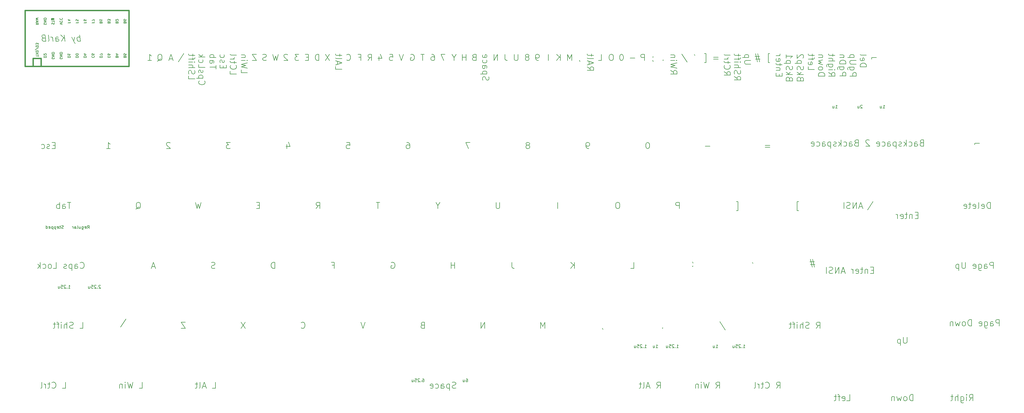
<source format=gbr>
%TF.GenerationSoftware,KiCad,Pcbnew,(5.1.7)-1*%
%TF.CreationDate,2021-02-21T21:30:35+01:00*%
%TF.ProjectId,kbic65,6b626963-3635-42e6-9b69-6361645f7063,rev?*%
%TF.SameCoordinates,Original*%
%TF.FileFunction,Legend,Bot*%
%TF.FilePolarity,Positive*%
%FSLAX46Y46*%
G04 Gerber Fmt 4.6, Leading zero omitted, Abs format (unit mm)*
G04 Created by KiCad (PCBNEW (5.1.7)-1) date 2021-02-21 21:30:35*
%MOMM*%
%LPD*%
G01*
G04 APERTURE LIST*
%ADD10C,0.200000*%
%ADD11C,0.150000*%
%ADD12C,0.381000*%
G04 APERTURE END LIST*
D10*
X65691845Y-50904761D02*
X65441845Y-48904761D01*
X65537083Y-49666666D02*
X65334702Y-49571428D01*
X64953750Y-49571428D01*
X64775178Y-49666666D01*
X64691845Y-49761904D01*
X64620416Y-49952380D01*
X64691845Y-50523809D01*
X64810892Y-50714285D01*
X64918035Y-50809523D01*
X65120416Y-50904761D01*
X65501369Y-50904761D01*
X65679940Y-50809523D01*
X63906130Y-49571428D02*
X63596607Y-50904761D01*
X62953750Y-49571428D02*
X63596607Y-50904761D01*
X63846607Y-51380952D01*
X63953750Y-51476190D01*
X64156130Y-51571428D01*
X60834702Y-50904761D02*
X60584702Y-48904761D01*
X59691845Y-50904761D02*
X60406130Y-49761904D01*
X59441845Y-48904761D02*
X60727559Y-50047619D01*
X57977559Y-50904761D02*
X57846607Y-49857142D01*
X57918035Y-49666666D01*
X58096607Y-49571428D01*
X58477559Y-49571428D01*
X58679940Y-49666666D01*
X57965654Y-50809523D02*
X58168035Y-50904761D01*
X58644226Y-50904761D01*
X58822797Y-50809523D01*
X58894226Y-50619047D01*
X58870416Y-50428571D01*
X58751369Y-50238095D01*
X58548988Y-50142857D01*
X58072797Y-50142857D01*
X57870416Y-50047619D01*
X57025178Y-50904761D02*
X56858511Y-49571428D01*
X56906130Y-49952380D02*
X56787083Y-49761904D01*
X56679940Y-49666666D01*
X56477559Y-49571428D01*
X56287083Y-49571428D01*
X55501369Y-50904761D02*
X55679940Y-50809523D01*
X55751369Y-50619047D01*
X55537083Y-48904761D01*
X53941845Y-49857142D02*
X53668035Y-49952380D01*
X53584702Y-50047619D01*
X53513273Y-50238095D01*
X53548988Y-50523809D01*
X53668035Y-50714285D01*
X53775178Y-50809523D01*
X53977559Y-50904761D01*
X54739464Y-50904761D01*
X54489464Y-48904761D01*
X53822797Y-48904761D01*
X53644226Y-49000000D01*
X53560892Y-49095238D01*
X53489464Y-49285714D01*
X53513273Y-49476190D01*
X53632321Y-49666666D01*
X53739464Y-49761904D01*
X53941845Y-49857142D01*
X54608511Y-49857142D01*
X87178571Y-57032856D02*
X88321428Y-57032856D01*
X87750000Y-57032856D02*
X87750000Y-55032856D01*
X87940476Y-55318571D01*
X88130952Y-55509047D01*
X88321428Y-55604285D01*
X90238095Y-57223333D02*
X90428571Y-57128095D01*
X90619047Y-56937618D01*
X90904761Y-56651904D01*
X91095238Y-56556666D01*
X91285714Y-56556666D01*
X91190476Y-57032856D02*
X91380952Y-56937618D01*
X91571428Y-56747142D01*
X91666666Y-56366190D01*
X91666666Y-55699523D01*
X91571428Y-55318571D01*
X91380952Y-55128095D01*
X91190476Y-55032856D01*
X90809523Y-55032856D01*
X90619047Y-55128095D01*
X90428571Y-55318571D01*
X90333333Y-55699523D01*
X90333333Y-56366190D01*
X90428571Y-56747142D01*
X90619047Y-56937618D01*
X90809523Y-57032856D01*
X91190476Y-57032856D01*
X94976190Y-56461428D02*
X94023809Y-56461428D01*
X95166666Y-57032856D02*
X94500000Y-55032856D01*
X93833333Y-57032856D01*
X98607142Y-54842380D02*
X96892857Y-57413809D01*
X100095238Y-61880952D02*
X100095238Y-62833333D01*
X102095238Y-62833333D01*
X100190476Y-61309524D02*
X100095238Y-61023810D01*
X100095238Y-60547619D01*
X100190476Y-60357143D01*
X100285714Y-60261905D01*
X100476190Y-60166667D01*
X100666666Y-60166667D01*
X100857142Y-60261905D01*
X100952380Y-60357143D01*
X101047619Y-60547619D01*
X101142857Y-60928571D01*
X101238095Y-61119048D01*
X101333333Y-61214286D01*
X101523809Y-61309524D01*
X101714285Y-61309524D01*
X101904761Y-61214286D01*
X102000000Y-61119048D01*
X102095238Y-60928571D01*
X102095238Y-60452381D01*
X102000000Y-60166667D01*
X100095238Y-59309524D02*
X102095238Y-59309524D01*
X100095238Y-58452381D02*
X101142857Y-58452381D01*
X101333333Y-58547619D01*
X101428571Y-58738095D01*
X101428571Y-59023810D01*
X101333333Y-59214286D01*
X101238095Y-59309524D01*
X100095238Y-57500000D02*
X101428571Y-57500000D01*
X102095238Y-57500000D02*
X102000000Y-57595238D01*
X101904761Y-57500000D01*
X102000000Y-57404762D01*
X102095238Y-57500000D01*
X101904761Y-57500000D01*
X101428571Y-56833333D02*
X101428571Y-56071429D01*
X100095238Y-56547619D02*
X101809523Y-56547619D01*
X102000000Y-56452381D01*
X102095238Y-56261905D01*
X102095238Y-56071429D01*
X101428571Y-55690476D02*
X101428571Y-54928571D01*
X102095238Y-55404762D02*
X100380952Y-55404762D01*
X100190476Y-55309524D01*
X100095238Y-55119048D01*
X100095238Y-54928571D01*
X103535714Y-63499999D02*
X103440476Y-63595237D01*
X103345238Y-63880951D01*
X103345238Y-64071428D01*
X103440476Y-64357142D01*
X103630952Y-64547618D01*
X103821428Y-64642856D01*
X104202380Y-64738094D01*
X104488095Y-64738094D01*
X104869047Y-64642856D01*
X105059523Y-64547618D01*
X105250000Y-64357142D01*
X105345238Y-64071428D01*
X105345238Y-63880951D01*
X105250000Y-63595237D01*
X105154761Y-63499999D01*
X104678571Y-62642856D02*
X102678571Y-62642856D01*
X104583333Y-62642856D02*
X104678571Y-62452380D01*
X104678571Y-62071428D01*
X104583333Y-61880951D01*
X104488095Y-61785713D01*
X104297619Y-61690475D01*
X103726190Y-61690475D01*
X103535714Y-61785713D01*
X103440476Y-61880951D01*
X103345238Y-62071428D01*
X103345238Y-62452380D01*
X103440476Y-62642856D01*
X103440476Y-60928571D02*
X103345238Y-60738094D01*
X103345238Y-60357142D01*
X103440476Y-60166666D01*
X103630952Y-60071428D01*
X103726190Y-60071428D01*
X103916666Y-60166666D01*
X104011904Y-60357142D01*
X104011904Y-60642856D01*
X104107142Y-60833332D01*
X104297619Y-60928571D01*
X104392857Y-60928571D01*
X104583333Y-60833332D01*
X104678571Y-60642856D01*
X104678571Y-60357142D01*
X104583333Y-60166666D01*
X103345238Y-58261904D02*
X103345238Y-59214285D01*
X105345238Y-59214285D01*
X103440476Y-56738094D02*
X103345238Y-56928571D01*
X103345238Y-57309523D01*
X103440476Y-57499999D01*
X103535714Y-57595237D01*
X103726190Y-57690475D01*
X104297619Y-57690475D01*
X104488095Y-57595237D01*
X104583333Y-57499999D01*
X104678571Y-57309523D01*
X104678571Y-56928571D01*
X104583333Y-56738094D01*
X103345238Y-55880951D02*
X105345238Y-55880951D01*
X104107142Y-55690475D02*
X103345238Y-55119047D01*
X104678571Y-55119047D02*
X103916666Y-55880951D01*
X108845238Y-59690476D02*
X108845238Y-58547619D01*
X106845238Y-59119047D02*
X108845238Y-59119047D01*
X106845238Y-57023809D02*
X107892857Y-57023809D01*
X108083333Y-57119047D01*
X108178571Y-57309524D01*
X108178571Y-57690476D01*
X108083333Y-57880952D01*
X106940476Y-57023809D02*
X106845238Y-57214285D01*
X106845238Y-57690476D01*
X106940476Y-57880952D01*
X107130952Y-57976190D01*
X107321428Y-57976190D01*
X107511904Y-57880952D01*
X107607142Y-57690476D01*
X107607142Y-57214285D01*
X107702380Y-57023809D01*
X106845238Y-56071428D02*
X108845238Y-56071428D01*
X108083333Y-56071428D02*
X108178571Y-55880952D01*
X108178571Y-55500000D01*
X108083333Y-55309524D01*
X107988095Y-55214285D01*
X107797619Y-55119047D01*
X107226190Y-55119047D01*
X107035714Y-55214285D01*
X106940476Y-55309524D01*
X106845238Y-55500000D01*
X106845238Y-55880952D01*
X106940476Y-56071428D01*
X111142857Y-59404762D02*
X111142857Y-58738095D01*
X110095238Y-58452381D02*
X110095238Y-59404762D01*
X112095238Y-59404762D01*
X112095238Y-58452381D01*
X110190476Y-57690476D02*
X110095238Y-57500000D01*
X110095238Y-57119047D01*
X110190476Y-56928571D01*
X110380952Y-56833333D01*
X110476190Y-56833333D01*
X110666666Y-56928571D01*
X110761904Y-57119047D01*
X110761904Y-57404762D01*
X110857142Y-57595238D01*
X111047619Y-57690476D01*
X111142857Y-57690476D01*
X111333333Y-57595238D01*
X111428571Y-57404762D01*
X111428571Y-57119047D01*
X111333333Y-56928571D01*
X110190476Y-55119047D02*
X110095238Y-55309524D01*
X110095238Y-55690476D01*
X110190476Y-55880952D01*
X110285714Y-55976190D01*
X110476190Y-56071428D01*
X111047619Y-56071428D01*
X111238095Y-55976190D01*
X111333333Y-55880952D01*
X111428571Y-55690476D01*
X111428571Y-55309524D01*
X111333333Y-55119047D01*
X113345238Y-60357143D02*
X113345238Y-61309524D01*
X115345238Y-61309524D01*
X113535714Y-58547619D02*
X113440476Y-58642857D01*
X113345238Y-58928571D01*
X113345238Y-59119047D01*
X113440476Y-59404762D01*
X113630952Y-59595238D01*
X113821428Y-59690476D01*
X114202380Y-59785714D01*
X114488095Y-59785714D01*
X114869047Y-59690476D01*
X115059523Y-59595238D01*
X115250000Y-59404762D01*
X115345238Y-59119047D01*
X115345238Y-58928571D01*
X115250000Y-58642857D01*
X115154761Y-58547619D01*
X114678571Y-57976190D02*
X114678571Y-57214285D01*
X115345238Y-57690476D02*
X113630952Y-57690476D01*
X113440476Y-57595238D01*
X113345238Y-57404762D01*
X113345238Y-57214285D01*
X113345238Y-56547619D02*
X114678571Y-56547619D01*
X114297619Y-56547619D02*
X114488095Y-56452381D01*
X114583333Y-56357143D01*
X114678571Y-56166666D01*
X114678571Y-55976190D01*
X113345238Y-55023809D02*
X113440476Y-55214285D01*
X113630952Y-55309524D01*
X115345238Y-55309524D01*
X116845238Y-59976190D02*
X116845238Y-60928571D01*
X118845238Y-60928571D01*
X118845238Y-59500000D02*
X116845238Y-59023809D01*
X118273809Y-58642857D01*
X116845238Y-58261905D01*
X118845238Y-57785714D01*
X116845238Y-57023809D02*
X118178571Y-57023809D01*
X118845238Y-57023809D02*
X118750000Y-57119048D01*
X118654761Y-57023809D01*
X118750000Y-56928571D01*
X118845238Y-57023809D01*
X118654761Y-57023809D01*
X118178571Y-56071429D02*
X116845238Y-56071429D01*
X117988095Y-56071429D02*
X118083333Y-55976190D01*
X118178571Y-55785714D01*
X118178571Y-55500000D01*
X118083333Y-55309524D01*
X117892857Y-55214286D01*
X116845238Y-55214286D01*
X121666666Y-55032856D02*
X120333333Y-55032856D01*
X121666666Y-57032856D01*
X120333333Y-57032856D01*
X124821428Y-56937618D02*
X124535714Y-57032856D01*
X124059523Y-57032856D01*
X123869047Y-56937618D01*
X123773809Y-56842380D01*
X123678571Y-56651904D01*
X123678571Y-56461428D01*
X123773809Y-56270952D01*
X123869047Y-56175714D01*
X124059523Y-56080475D01*
X124440476Y-55985237D01*
X124630952Y-55889999D01*
X124726190Y-55794761D01*
X124821428Y-55604285D01*
X124821428Y-55413809D01*
X124726190Y-55223333D01*
X124630952Y-55128095D01*
X124440476Y-55032856D01*
X123964285Y-55032856D01*
X123678571Y-55128095D01*
X128607142Y-55032856D02*
X128130952Y-57032856D01*
X127750000Y-55604285D01*
X127369047Y-57032856D01*
X126892857Y-55032856D01*
X131571428Y-55223333D02*
X131476190Y-55128095D01*
X131285714Y-55032856D01*
X130809523Y-55032856D01*
X130619047Y-55128095D01*
X130523809Y-55223333D01*
X130428571Y-55413809D01*
X130428571Y-55604285D01*
X130523809Y-55889999D01*
X131666666Y-57032856D01*
X130428571Y-57032856D01*
X135166666Y-55032856D02*
X133928571Y-55032856D01*
X134595238Y-55794761D01*
X134309523Y-55794761D01*
X134119047Y-55889999D01*
X134023809Y-55985237D01*
X133928571Y-56175714D01*
X133928571Y-56651904D01*
X134023809Y-56842380D01*
X134119047Y-56937618D01*
X134309523Y-57032856D01*
X134880952Y-57032856D01*
X135071428Y-56937618D01*
X135166666Y-56842380D01*
X138178571Y-55985237D02*
X137511904Y-55985237D01*
X137226190Y-57032856D02*
X138178571Y-57032856D01*
X138178571Y-55032856D01*
X137226190Y-55032856D01*
X141523809Y-57032856D02*
X141523809Y-55032856D01*
X141047619Y-55032856D01*
X140761904Y-55128095D01*
X140571428Y-55318571D01*
X140476190Y-55509047D01*
X140380952Y-55889999D01*
X140380952Y-56175714D01*
X140476190Y-56556666D01*
X140571428Y-56747142D01*
X140761904Y-56937618D01*
X141047619Y-57032856D01*
X141523809Y-57032856D01*
X144916666Y-55032856D02*
X143583333Y-57032856D01*
X143583333Y-55032856D02*
X144916666Y-57032856D01*
X146845238Y-58833333D02*
X146845238Y-59785714D01*
X148845238Y-59785714D01*
X147416666Y-58261904D02*
X147416666Y-57309523D01*
X146845238Y-58452380D02*
X148845238Y-57785714D01*
X146845238Y-57119047D01*
X146845238Y-56166666D02*
X146940476Y-56357142D01*
X147130952Y-56452380D01*
X148845238Y-56452380D01*
X148178571Y-55690476D02*
X148178571Y-54928571D01*
X148845238Y-55404761D02*
X147130952Y-55404761D01*
X146940476Y-55309523D01*
X146845238Y-55119047D01*
X146845238Y-54928571D01*
X150380952Y-56842380D02*
X150476190Y-56937618D01*
X150761904Y-57032856D01*
X150952380Y-57032856D01*
X151238095Y-56937618D01*
X151428571Y-56747142D01*
X151523809Y-56556666D01*
X151619047Y-56175714D01*
X151619047Y-55889999D01*
X151523809Y-55509047D01*
X151428571Y-55318571D01*
X151238095Y-55128095D01*
X150952380Y-55032856D01*
X150761904Y-55032856D01*
X150476190Y-55128095D01*
X150380952Y-55223333D01*
X154214285Y-55985237D02*
X154880952Y-55985237D01*
X154880952Y-57032856D02*
X154880952Y-55032856D01*
X153928571Y-55032856D01*
X157130952Y-57032856D02*
X157797619Y-56080475D01*
X158273809Y-57032856D02*
X158273809Y-55032856D01*
X157511904Y-55032856D01*
X157321428Y-55128095D01*
X157226190Y-55223333D01*
X157130952Y-55413809D01*
X157130952Y-55699523D01*
X157226190Y-55889999D01*
X157321428Y-55985237D01*
X157511904Y-56080475D01*
X158273809Y-56080475D01*
X160619047Y-55699523D02*
X160619047Y-57032856D01*
X161095238Y-54937618D02*
X161571428Y-56366190D01*
X160333333Y-56366190D01*
X164023809Y-55032856D02*
X164976190Y-55032856D01*
X165071428Y-55985237D01*
X164976190Y-55889999D01*
X164785714Y-55794761D01*
X164309523Y-55794761D01*
X164119047Y-55889999D01*
X164023809Y-55985237D01*
X163928571Y-56175714D01*
X163928571Y-56651904D01*
X164023809Y-56842380D01*
X164119047Y-56937618D01*
X164309523Y-57032856D01*
X164785714Y-57032856D01*
X164976190Y-56937618D01*
X165071428Y-56842380D01*
X168416666Y-55032856D02*
X167750000Y-57032856D01*
X167083333Y-55032856D01*
X170726190Y-55128095D02*
X170916666Y-55032856D01*
X171202380Y-55032856D01*
X171488095Y-55128095D01*
X171678571Y-55318571D01*
X171773809Y-55509047D01*
X171869047Y-55889999D01*
X171869047Y-56175714D01*
X171773809Y-56556666D01*
X171678571Y-56747142D01*
X171488095Y-56937618D01*
X171202380Y-57032856D01*
X171011904Y-57032856D01*
X170726190Y-56937618D01*
X170630952Y-56842380D01*
X170630952Y-56175714D01*
X171011904Y-56175714D01*
X175071428Y-55032856D02*
X173928571Y-55032856D01*
X174500000Y-57032856D02*
X174500000Y-55032856D01*
X177369047Y-55032856D02*
X177750000Y-55032856D01*
X177940476Y-55128095D01*
X178035714Y-55223333D01*
X178226190Y-55509047D01*
X178321428Y-55889999D01*
X178321428Y-56651904D01*
X178226190Y-56842380D01*
X178130952Y-56937618D01*
X177940476Y-57032856D01*
X177559523Y-57032856D01*
X177369047Y-56937618D01*
X177273809Y-56842380D01*
X177178571Y-56651904D01*
X177178571Y-56175714D01*
X177273809Y-55985237D01*
X177369047Y-55889999D01*
X177559523Y-55794761D01*
X177940476Y-55794761D01*
X178130952Y-55889999D01*
X178226190Y-55985237D01*
X178321428Y-56175714D01*
X181666666Y-55032856D02*
X180333333Y-55032856D01*
X181190476Y-57032856D01*
X184500000Y-56080475D02*
X184500000Y-57032856D01*
X185166666Y-55032856D02*
X184500000Y-56080475D01*
X183833333Y-55032856D01*
X188321428Y-57032856D02*
X188321428Y-55032856D01*
X188321428Y-55985237D02*
X187178571Y-55985237D01*
X187178571Y-57032856D02*
X187178571Y-55032856D01*
X190857142Y-55985237D02*
X190571428Y-56080475D01*
X190476190Y-56175714D01*
X190380952Y-56366190D01*
X190380952Y-56651904D01*
X190476190Y-56842380D01*
X190571428Y-56937618D01*
X190761904Y-57032856D01*
X191523809Y-57032856D01*
X191523809Y-55032856D01*
X190857142Y-55032856D01*
X190666666Y-55128095D01*
X190571428Y-55223333D01*
X190476190Y-55413809D01*
X190476190Y-55604285D01*
X190571428Y-55794761D01*
X190666666Y-55889999D01*
X190857142Y-55985237D01*
X191523809Y-55985237D01*
X193690476Y-63309524D02*
X193595238Y-63023809D01*
X193595238Y-62547619D01*
X193690476Y-62357143D01*
X193785714Y-62261905D01*
X193976190Y-62166666D01*
X194166666Y-62166666D01*
X194357142Y-62261905D01*
X194452380Y-62357143D01*
X194547619Y-62547619D01*
X194642857Y-62928571D01*
X194738095Y-63119047D01*
X194833333Y-63214286D01*
X195023809Y-63309524D01*
X195214285Y-63309524D01*
X195404761Y-63214286D01*
X195500000Y-63119047D01*
X195595238Y-62928571D01*
X195595238Y-62452381D01*
X195500000Y-62166666D01*
X194928571Y-61309524D02*
X192928571Y-61309524D01*
X194833333Y-61309524D02*
X194928571Y-61119047D01*
X194928571Y-60738095D01*
X194833333Y-60547619D01*
X194738095Y-60452381D01*
X194547619Y-60357143D01*
X193976190Y-60357143D01*
X193785714Y-60452381D01*
X193690476Y-60547619D01*
X193595238Y-60738095D01*
X193595238Y-61119047D01*
X193690476Y-61309524D01*
X193595238Y-58642857D02*
X194642857Y-58642857D01*
X194833333Y-58738095D01*
X194928571Y-58928571D01*
X194928571Y-59309524D01*
X194833333Y-59500000D01*
X193690476Y-58642857D02*
X193595238Y-58833333D01*
X193595238Y-59309524D01*
X193690476Y-59500000D01*
X193880952Y-59595238D01*
X194071428Y-59595238D01*
X194261904Y-59500000D01*
X194357142Y-59309524D01*
X194357142Y-58833333D01*
X194452380Y-58642857D01*
X193690476Y-56833333D02*
X193595238Y-57023809D01*
X193595238Y-57404762D01*
X193690476Y-57595238D01*
X193785714Y-57690476D01*
X193976190Y-57785714D01*
X194547619Y-57785714D01*
X194738095Y-57690476D01*
X194833333Y-57595238D01*
X194928571Y-57404762D01*
X194928571Y-57023809D01*
X194833333Y-56833333D01*
X193690476Y-55214286D02*
X193595238Y-55404762D01*
X193595238Y-55785714D01*
X193690476Y-55976190D01*
X193880952Y-56071428D01*
X194642857Y-56071428D01*
X194833333Y-55976190D01*
X194928571Y-55785714D01*
X194928571Y-55404762D01*
X194833333Y-55214286D01*
X194642857Y-55119047D01*
X194452380Y-55119047D01*
X194261904Y-56071428D01*
X198321428Y-57032856D02*
X198321428Y-55032856D01*
X197178571Y-57032856D01*
X197178571Y-55032856D01*
X200714285Y-55032856D02*
X200714285Y-56461428D01*
X200809523Y-56747142D01*
X201000000Y-56937618D01*
X201285714Y-57032856D01*
X201476190Y-57032856D01*
X204821428Y-55032856D02*
X204821428Y-56651904D01*
X204726190Y-56842380D01*
X204630952Y-56937618D01*
X204440476Y-57032856D01*
X204059523Y-57032856D01*
X203869047Y-56937618D01*
X203773809Y-56842380D01*
X203678571Y-56651904D01*
X203678571Y-55032856D01*
X207940476Y-55889999D02*
X208130952Y-55794761D01*
X208226190Y-55699523D01*
X208321428Y-55509047D01*
X208321428Y-55413809D01*
X208226190Y-55223333D01*
X208130952Y-55128095D01*
X207940476Y-55032856D01*
X207559523Y-55032856D01*
X207369047Y-55128095D01*
X207273809Y-55223333D01*
X207178571Y-55413809D01*
X207178571Y-55509047D01*
X207273809Y-55699523D01*
X207369047Y-55794761D01*
X207559523Y-55889999D01*
X207940476Y-55889999D01*
X208130952Y-55985237D01*
X208226190Y-56080475D01*
X208321428Y-56270952D01*
X208321428Y-56651904D01*
X208226190Y-56842380D01*
X208130952Y-56937618D01*
X207940476Y-57032856D01*
X207559523Y-57032856D01*
X207369047Y-56937618D01*
X207273809Y-56842380D01*
X207178571Y-56651904D01*
X207178571Y-56270952D01*
X207273809Y-56080475D01*
X207369047Y-55985237D01*
X207559523Y-55889999D01*
X211380952Y-57032856D02*
X211000000Y-57032856D01*
X210809523Y-56937618D01*
X210714285Y-56842380D01*
X210523809Y-56556666D01*
X210428571Y-56175714D01*
X210428571Y-55413809D01*
X210523809Y-55223333D01*
X210619047Y-55128095D01*
X210809523Y-55032856D01*
X211190476Y-55032856D01*
X211380952Y-55128095D01*
X211476190Y-55223333D01*
X211571428Y-55413809D01*
X211571428Y-55889999D01*
X211476190Y-56080475D01*
X211380952Y-56175714D01*
X211190476Y-56270952D01*
X210809523Y-56270952D01*
X210619047Y-56175714D01*
X210523809Y-56080475D01*
X210428571Y-55889999D01*
X214500000Y-57032856D02*
X214500000Y-55032856D01*
X218273809Y-57032856D02*
X218273809Y-55032856D01*
X217130952Y-57032856D02*
X217988095Y-55889999D01*
X217130952Y-55032856D02*
X218273809Y-56175714D01*
X221916666Y-57032856D02*
X221916666Y-55032856D01*
X221250000Y-56461428D01*
X220583333Y-55032856D01*
X220583333Y-57032856D01*
X224404761Y-56937618D02*
X224404761Y-57032856D01*
X224500000Y-57223333D01*
X224595238Y-57318571D01*
X226845238Y-59023809D02*
X227797619Y-59690476D01*
X226845238Y-60166666D02*
X228845238Y-60166666D01*
X228845238Y-59404761D01*
X228750000Y-59214285D01*
X228654761Y-59119047D01*
X228464285Y-59023809D01*
X228178571Y-59023809D01*
X227988095Y-59119047D01*
X227892857Y-59214285D01*
X227797619Y-59404761D01*
X227797619Y-60166666D01*
X227416666Y-58261904D02*
X227416666Y-57309523D01*
X226845238Y-58452380D02*
X228845238Y-57785714D01*
X226845238Y-57119047D01*
X226845238Y-56166666D02*
X226940476Y-56357142D01*
X227130952Y-56452380D01*
X228845238Y-56452380D01*
X228178571Y-55690476D02*
X228178571Y-54928571D01*
X228845238Y-55404761D02*
X227130952Y-55404761D01*
X226940476Y-55309523D01*
X226845238Y-55119047D01*
X226845238Y-54928571D01*
X230380952Y-57032856D02*
X231333333Y-57032856D01*
X231333333Y-55032856D01*
X234690476Y-55032856D02*
X234309523Y-55032856D01*
X234119047Y-55128095D01*
X233928571Y-55318571D01*
X233833333Y-55699523D01*
X233833333Y-56366190D01*
X233928571Y-56747142D01*
X234119047Y-56937618D01*
X234309523Y-57032856D01*
X234690476Y-57032856D01*
X234880952Y-56937618D01*
X235071428Y-56747142D01*
X235166666Y-56366190D01*
X235166666Y-55699523D01*
X235071428Y-55318571D01*
X234880952Y-55128095D01*
X234690476Y-55032856D01*
X237845238Y-55032856D02*
X237654761Y-55032856D01*
X237464285Y-55128095D01*
X237369047Y-55223333D01*
X237273809Y-55413809D01*
X237178571Y-55794761D01*
X237178571Y-56270952D01*
X237273809Y-56651904D01*
X237369047Y-56842380D01*
X237464285Y-56937618D01*
X237654761Y-57032856D01*
X237845238Y-57032856D01*
X238035714Y-56937618D01*
X238130952Y-56842380D01*
X238226190Y-56651904D01*
X238321428Y-56270952D01*
X238321428Y-55794761D01*
X238226190Y-55413809D01*
X238130952Y-55223333D01*
X238035714Y-55128095D01*
X237845238Y-55032856D01*
X242011904Y-56270952D02*
X240488095Y-56270952D01*
X245023809Y-57032856D02*
X245023809Y-55032856D01*
X244261904Y-55032856D01*
X244071428Y-55128095D01*
X243976190Y-55223333D01*
X243880952Y-55413809D01*
X243880952Y-55699523D01*
X243976190Y-55889999D01*
X244071428Y-55985237D01*
X244261904Y-56080475D01*
X245023809Y-56080475D01*
X247654761Y-56937618D02*
X247654761Y-57032856D01*
X247750000Y-57223333D01*
X247845238Y-57318571D01*
X247750000Y-55794761D02*
X247654761Y-55889999D01*
X247750000Y-55985237D01*
X247845238Y-55889999D01*
X247750000Y-55794761D01*
X247750000Y-55985237D01*
X251000000Y-56842380D02*
X250904761Y-56937618D01*
X251000000Y-57032856D01*
X251095238Y-56937618D01*
X251000000Y-56842380D01*
X251000000Y-57032856D01*
X253345238Y-60166666D02*
X254297619Y-60833333D01*
X253345238Y-61309524D02*
X255345238Y-61309524D01*
X255345238Y-60547619D01*
X255250000Y-60357143D01*
X255154761Y-60261905D01*
X254964285Y-60166666D01*
X254678571Y-60166666D01*
X254488095Y-60261905D01*
X254392857Y-60357143D01*
X254297619Y-60547619D01*
X254297619Y-61309524D01*
X255345238Y-59500000D02*
X253345238Y-59023809D01*
X254773809Y-58642857D01*
X253345238Y-58261905D01*
X255345238Y-57785714D01*
X253345238Y-57023809D02*
X254678571Y-57023809D01*
X255345238Y-57023809D02*
X255250000Y-57119047D01*
X255154761Y-57023809D01*
X255250000Y-56928571D01*
X255345238Y-57023809D01*
X255154761Y-57023809D01*
X254678571Y-56071428D02*
X253345238Y-56071428D01*
X254488095Y-56071428D02*
X254583333Y-55976190D01*
X254678571Y-55785714D01*
X254678571Y-55500000D01*
X254583333Y-55309524D01*
X254392857Y-55214285D01*
X253345238Y-55214285D01*
X256892857Y-54937618D02*
X258607142Y-57509047D01*
X260904761Y-55032856D02*
X261095238Y-55413809D01*
X264119047Y-57699523D02*
X264595238Y-57699523D01*
X264595238Y-54842380D01*
X264119047Y-54842380D01*
X268511904Y-55985237D02*
X266988095Y-55985237D01*
X266988095Y-56556666D02*
X268511904Y-56556666D01*
X270345238Y-60547619D02*
X271297619Y-61214285D01*
X270345238Y-61690476D02*
X272345238Y-61690476D01*
X272345238Y-60928571D01*
X272250000Y-60738095D01*
X272154761Y-60642857D01*
X271964285Y-60547619D01*
X271678571Y-60547619D01*
X271488095Y-60642857D01*
X271392857Y-60738095D01*
X271297619Y-60928571D01*
X271297619Y-61690476D01*
X270535714Y-58547619D02*
X270440476Y-58642857D01*
X270345238Y-58928571D01*
X270345238Y-59119047D01*
X270440476Y-59404761D01*
X270630952Y-59595238D01*
X270821428Y-59690476D01*
X271202380Y-59785714D01*
X271488095Y-59785714D01*
X271869047Y-59690476D01*
X272059523Y-59595238D01*
X272250000Y-59404761D01*
X272345238Y-59119047D01*
X272345238Y-58928571D01*
X272250000Y-58642857D01*
X272154761Y-58547619D01*
X271678571Y-57976190D02*
X271678571Y-57214285D01*
X272345238Y-57690476D02*
X270630952Y-57690476D01*
X270440476Y-57595238D01*
X270345238Y-57404761D01*
X270345238Y-57214285D01*
X270345238Y-56547619D02*
X271678571Y-56547619D01*
X271297619Y-56547619D02*
X271488095Y-56452381D01*
X271583333Y-56357142D01*
X271678571Y-56166666D01*
X271678571Y-55976190D01*
X270345238Y-55023809D02*
X270440476Y-55214285D01*
X270630952Y-55309523D01*
X272345238Y-55309523D01*
X273595238Y-62071428D02*
X274547619Y-62738095D01*
X273595238Y-63214286D02*
X275595238Y-63214286D01*
X275595238Y-62452381D01*
X275500000Y-62261905D01*
X275404761Y-62166666D01*
X275214285Y-62071428D01*
X274928571Y-62071428D01*
X274738095Y-62166666D01*
X274642857Y-62261905D01*
X274547619Y-62452381D01*
X274547619Y-63214286D01*
X273690476Y-61309524D02*
X273595238Y-61023809D01*
X273595238Y-60547619D01*
X273690476Y-60357143D01*
X273785714Y-60261905D01*
X273976190Y-60166666D01*
X274166666Y-60166666D01*
X274357142Y-60261905D01*
X274452380Y-60357143D01*
X274547619Y-60547619D01*
X274642857Y-60928571D01*
X274738095Y-61119047D01*
X274833333Y-61214286D01*
X275023809Y-61309524D01*
X275214285Y-61309524D01*
X275404761Y-61214286D01*
X275500000Y-61119047D01*
X275595238Y-60928571D01*
X275595238Y-60452381D01*
X275500000Y-60166666D01*
X273595238Y-59309524D02*
X275595238Y-59309524D01*
X273595238Y-58452381D02*
X274642857Y-58452381D01*
X274833333Y-58547619D01*
X274928571Y-58738095D01*
X274928571Y-59023809D01*
X274833333Y-59214286D01*
X274738095Y-59309524D01*
X273595238Y-57500000D02*
X274928571Y-57500000D01*
X275595238Y-57500000D02*
X275500000Y-57595238D01*
X275404761Y-57500000D01*
X275500000Y-57404762D01*
X275595238Y-57500000D01*
X275404761Y-57500000D01*
X274928571Y-56833333D02*
X274928571Y-56071428D01*
X273595238Y-56547619D02*
X275309523Y-56547619D01*
X275500000Y-56452381D01*
X275595238Y-56261905D01*
X275595238Y-56071428D01*
X274928571Y-55690476D02*
X274928571Y-54928571D01*
X275595238Y-55404762D02*
X273880952Y-55404762D01*
X273690476Y-55309524D01*
X273595238Y-55119047D01*
X273595238Y-54928571D01*
X278845238Y-58166666D02*
X277226190Y-58166666D01*
X277035714Y-58071428D01*
X276940476Y-57976190D01*
X276845238Y-57785714D01*
X276845238Y-57404761D01*
X276940476Y-57214285D01*
X277035714Y-57119047D01*
X277226190Y-57023809D01*
X278845238Y-57023809D01*
X278178571Y-56071428D02*
X276178571Y-56071428D01*
X278083333Y-56071428D02*
X278178571Y-55880952D01*
X278178571Y-55499999D01*
X278083333Y-55309523D01*
X277988095Y-55214285D01*
X277797619Y-55119047D01*
X277226190Y-55119047D01*
X277035714Y-55214285D01*
X276940476Y-55309523D01*
X276845238Y-55499999D01*
X276845238Y-55880952D01*
X276940476Y-56071428D01*
X281619047Y-55699523D02*
X280190476Y-55699523D01*
X281047619Y-54842380D02*
X281619047Y-57413809D01*
X280380952Y-56556666D02*
X281809523Y-56556666D01*
X280952380Y-57413809D02*
X280380952Y-54842380D01*
X284880952Y-57699523D02*
X284404761Y-57699523D01*
X284404761Y-54842380D01*
X284880952Y-54842380D01*
X287892857Y-61976190D02*
X287892857Y-61309523D01*
X286845238Y-61023809D02*
X286845238Y-61976190D01*
X288845238Y-61976190D01*
X288845238Y-61023809D01*
X288178571Y-60166666D02*
X286845238Y-60166666D01*
X287988095Y-60166666D02*
X288083333Y-60071428D01*
X288178571Y-59880952D01*
X288178571Y-59595238D01*
X288083333Y-59404761D01*
X287892857Y-59309523D01*
X286845238Y-59309523D01*
X288178571Y-58642857D02*
X288178571Y-57880952D01*
X288845238Y-58357142D02*
X287130952Y-58357142D01*
X286940476Y-58261904D01*
X286845238Y-58071428D01*
X286845238Y-57880952D01*
X286940476Y-56452380D02*
X286845238Y-56642857D01*
X286845238Y-57023809D01*
X286940476Y-57214285D01*
X287130952Y-57309523D01*
X287892857Y-57309523D01*
X288083333Y-57214285D01*
X288178571Y-57023809D01*
X288178571Y-56642857D01*
X288083333Y-56452380D01*
X287892857Y-56357142D01*
X287702380Y-56357142D01*
X287511904Y-57309523D01*
X286845238Y-55499999D02*
X288178571Y-55499999D01*
X287797619Y-55499999D02*
X287988095Y-55404761D01*
X288083333Y-55309523D01*
X288178571Y-55119047D01*
X288178571Y-54928571D01*
X291142857Y-62833333D02*
X291047619Y-62547619D01*
X290952380Y-62452381D01*
X290761904Y-62357143D01*
X290476190Y-62357143D01*
X290285714Y-62452381D01*
X290190476Y-62547619D01*
X290095238Y-62738095D01*
X290095238Y-63500000D01*
X292095238Y-63500000D01*
X292095238Y-62833333D01*
X292000000Y-62642857D01*
X291904761Y-62547619D01*
X291714285Y-62452381D01*
X291523809Y-62452381D01*
X291333333Y-62547619D01*
X291238095Y-62642857D01*
X291142857Y-62833333D01*
X291142857Y-63500000D01*
X290095238Y-61500000D02*
X292095238Y-61500000D01*
X290857142Y-61309523D02*
X290095238Y-60738095D01*
X291428571Y-60738095D02*
X290666666Y-61500000D01*
X290190476Y-59976190D02*
X290095238Y-59690476D01*
X290095238Y-59214285D01*
X290190476Y-59023809D01*
X290285714Y-58928571D01*
X290476190Y-58833333D01*
X290666666Y-58833333D01*
X290857142Y-58928571D01*
X290952380Y-59023809D01*
X291047619Y-59214285D01*
X291142857Y-59595238D01*
X291238095Y-59785714D01*
X291333333Y-59880952D01*
X291523809Y-59976190D01*
X291714285Y-59976190D01*
X291904761Y-59880952D01*
X292000000Y-59785714D01*
X292095238Y-59595238D01*
X292095238Y-59119047D01*
X292000000Y-58833333D01*
X291428571Y-57976190D02*
X289428571Y-57976190D01*
X291333333Y-57976190D02*
X291428571Y-57785714D01*
X291428571Y-57404762D01*
X291333333Y-57214285D01*
X291238095Y-57119047D01*
X291047619Y-57023809D01*
X290476190Y-57023809D01*
X290285714Y-57119047D01*
X290190476Y-57214285D01*
X290095238Y-57404762D01*
X290095238Y-57785714D01*
X290190476Y-57976190D01*
X290095238Y-55119047D02*
X290095238Y-56261904D01*
X290095238Y-55690476D02*
X292095238Y-55690476D01*
X291809523Y-55880952D01*
X291619047Y-56071428D01*
X291523809Y-56261904D01*
X294642857Y-62833333D02*
X294547619Y-62547619D01*
X294452380Y-62452381D01*
X294261904Y-62357143D01*
X293976190Y-62357143D01*
X293785714Y-62452381D01*
X293690476Y-62547619D01*
X293595238Y-62738095D01*
X293595238Y-63500000D01*
X295595238Y-63500000D01*
X295595238Y-62833333D01*
X295500000Y-62642857D01*
X295404761Y-62547619D01*
X295214285Y-62452381D01*
X295023809Y-62452381D01*
X294833333Y-62547619D01*
X294738095Y-62642857D01*
X294642857Y-62833333D01*
X294642857Y-63500000D01*
X293595238Y-61500000D02*
X295595238Y-61500000D01*
X294357142Y-61309523D02*
X293595238Y-60738095D01*
X294928571Y-60738095D02*
X294166666Y-61500000D01*
X293690476Y-59976190D02*
X293595238Y-59690476D01*
X293595238Y-59214285D01*
X293690476Y-59023809D01*
X293785714Y-58928571D01*
X293976190Y-58833333D01*
X294166666Y-58833333D01*
X294357142Y-58928571D01*
X294452380Y-59023809D01*
X294547619Y-59214285D01*
X294642857Y-59595238D01*
X294738095Y-59785714D01*
X294833333Y-59880952D01*
X295023809Y-59976190D01*
X295214285Y-59976190D01*
X295404761Y-59880952D01*
X295500000Y-59785714D01*
X295595238Y-59595238D01*
X295595238Y-59119047D01*
X295500000Y-58833333D01*
X294928571Y-57976190D02*
X292928571Y-57976190D01*
X294833333Y-57976190D02*
X294928571Y-57785714D01*
X294928571Y-57404762D01*
X294833333Y-57214285D01*
X294738095Y-57119047D01*
X294547619Y-57023809D01*
X293976190Y-57023809D01*
X293785714Y-57119047D01*
X293690476Y-57214285D01*
X293595238Y-57404762D01*
X293595238Y-57785714D01*
X293690476Y-57976190D01*
X295404761Y-56261904D02*
X295500000Y-56166666D01*
X295595238Y-55976190D01*
X295595238Y-55500000D01*
X295500000Y-55309523D01*
X295404761Y-55214285D01*
X295214285Y-55119047D01*
X295023809Y-55119047D01*
X294738095Y-55214285D01*
X293595238Y-56357143D01*
X293595238Y-55119047D01*
X297095238Y-58928571D02*
X297095238Y-59880952D01*
X299095238Y-59880952D01*
X297190476Y-57499999D02*
X297095238Y-57690476D01*
X297095238Y-58071428D01*
X297190476Y-58261904D01*
X297380952Y-58357142D01*
X298142857Y-58357142D01*
X298333333Y-58261904D01*
X298428571Y-58071428D01*
X298428571Y-57690476D01*
X298333333Y-57499999D01*
X298142857Y-57404761D01*
X297952380Y-57404761D01*
X297761904Y-58357142D01*
X298428571Y-56833333D02*
X298428571Y-56071428D01*
X297095238Y-56547619D02*
X298809523Y-56547619D01*
X299000000Y-56452380D01*
X299095238Y-56261904D01*
X299095238Y-56071428D01*
X298428571Y-55690476D02*
X298428571Y-54928571D01*
X299095238Y-55404761D02*
X297380952Y-55404761D01*
X297190476Y-55309523D01*
X297095238Y-55119047D01*
X297095238Y-54928571D01*
X300345238Y-61976190D02*
X302345238Y-61976190D01*
X302345238Y-61499999D01*
X302250000Y-61214285D01*
X302059523Y-61023809D01*
X301869047Y-60928571D01*
X301488095Y-60833333D01*
X301202380Y-60833333D01*
X300821428Y-60928571D01*
X300630952Y-61023809D01*
X300440476Y-61214285D01*
X300345238Y-61499999D01*
X300345238Y-61976190D01*
X300345238Y-59690476D02*
X300440476Y-59880952D01*
X300535714Y-59976190D01*
X300726190Y-60071428D01*
X301297619Y-60071428D01*
X301488095Y-59976190D01*
X301583333Y-59880952D01*
X301678571Y-59690476D01*
X301678571Y-59404761D01*
X301583333Y-59214285D01*
X301488095Y-59119047D01*
X301297619Y-59023809D01*
X300726190Y-59023809D01*
X300535714Y-59119047D01*
X300440476Y-59214285D01*
X300345238Y-59404761D01*
X300345238Y-59690476D01*
X301678571Y-58357142D02*
X300345238Y-57976190D01*
X301297619Y-57595238D01*
X300345238Y-57214285D01*
X301678571Y-56833333D01*
X301678571Y-56071428D02*
X300345238Y-56071428D01*
X301488095Y-56071428D02*
X301583333Y-55976190D01*
X301678571Y-55785714D01*
X301678571Y-55499999D01*
X301583333Y-55309523D01*
X301392857Y-55214285D01*
X300345238Y-55214285D01*
X303595238Y-60833333D02*
X304547619Y-61499999D01*
X303595238Y-61976190D02*
X305595238Y-61976190D01*
X305595238Y-61214285D01*
X305500000Y-61023809D01*
X305404761Y-60928571D01*
X305214285Y-60833333D01*
X304928571Y-60833333D01*
X304738095Y-60928571D01*
X304642857Y-61023809D01*
X304547619Y-61214285D01*
X304547619Y-61976190D01*
X303595238Y-59976190D02*
X304928571Y-59976190D01*
X305595238Y-59976190D02*
X305500000Y-60071428D01*
X305404761Y-59976190D01*
X305500000Y-59880952D01*
X305595238Y-59976190D01*
X305404761Y-59976190D01*
X304928571Y-58166666D02*
X303309523Y-58166666D01*
X303119047Y-58261904D01*
X303023809Y-58357142D01*
X302928571Y-58547618D01*
X302928571Y-58833333D01*
X303023809Y-59023809D01*
X303690476Y-58166666D02*
X303595238Y-58357142D01*
X303595238Y-58738095D01*
X303690476Y-58928571D01*
X303785714Y-59023809D01*
X303976190Y-59119047D01*
X304547619Y-59119047D01*
X304738095Y-59023809D01*
X304833333Y-58928571D01*
X304928571Y-58738095D01*
X304928571Y-58357142D01*
X304833333Y-58166666D01*
X303595238Y-57214285D02*
X305595238Y-57214285D01*
X303595238Y-56357142D02*
X304642857Y-56357142D01*
X304833333Y-56452380D01*
X304928571Y-56642857D01*
X304928571Y-56928571D01*
X304833333Y-57119047D01*
X304738095Y-57214285D01*
X304928571Y-55690476D02*
X304928571Y-54928571D01*
X305595238Y-55404761D02*
X303880952Y-55404761D01*
X303690476Y-55309523D01*
X303595238Y-55119047D01*
X303595238Y-54928571D01*
X307095238Y-61880952D02*
X309095238Y-61880952D01*
X309095238Y-61119047D01*
X309000000Y-60928571D01*
X308904761Y-60833333D01*
X308714285Y-60738095D01*
X308428571Y-60738095D01*
X308238095Y-60833333D01*
X308142857Y-60928571D01*
X308047619Y-61119047D01*
X308047619Y-61880952D01*
X308428571Y-59023809D02*
X306809523Y-59023809D01*
X306619047Y-59119047D01*
X306523809Y-59214285D01*
X306428571Y-59404761D01*
X306428571Y-59690476D01*
X306523809Y-59880952D01*
X307190476Y-59023809D02*
X307095238Y-59214285D01*
X307095238Y-59595238D01*
X307190476Y-59785714D01*
X307285714Y-59880952D01*
X307476190Y-59976190D01*
X308047619Y-59976190D01*
X308238095Y-59880952D01*
X308333333Y-59785714D01*
X308428571Y-59595238D01*
X308428571Y-59214285D01*
X308333333Y-59023809D01*
X307095238Y-58071428D02*
X309095238Y-58071428D01*
X309095238Y-57595238D01*
X309000000Y-57309523D01*
X308809523Y-57119047D01*
X308619047Y-57023809D01*
X308238095Y-56928571D01*
X307952380Y-56928571D01*
X307571428Y-57023809D01*
X307380952Y-57119047D01*
X307190476Y-57309523D01*
X307095238Y-57595238D01*
X307095238Y-58071428D01*
X308428571Y-56071428D02*
X307095238Y-56071428D01*
X308238095Y-56071428D02*
X308333333Y-55976190D01*
X308428571Y-55785714D01*
X308428571Y-55499999D01*
X308333333Y-55309523D01*
X308142857Y-55214285D01*
X307095238Y-55214285D01*
X310345238Y-61976190D02*
X312345238Y-61976190D01*
X312345238Y-61214285D01*
X312250000Y-61023809D01*
X312154761Y-60928571D01*
X311964285Y-60833333D01*
X311678571Y-60833333D01*
X311488095Y-60928571D01*
X311392857Y-61023809D01*
X311297619Y-61214285D01*
X311297619Y-61976190D01*
X311678571Y-59119047D02*
X310059523Y-59119047D01*
X309869047Y-59214285D01*
X309773809Y-59309523D01*
X309678571Y-59499999D01*
X309678571Y-59785714D01*
X309773809Y-59976190D01*
X310440476Y-59119047D02*
X310345238Y-59309523D01*
X310345238Y-59690476D01*
X310440476Y-59880952D01*
X310535714Y-59976190D01*
X310726190Y-60071428D01*
X311297619Y-60071428D01*
X311488095Y-59976190D01*
X311583333Y-59880952D01*
X311678571Y-59690476D01*
X311678571Y-59309523D01*
X311583333Y-59119047D01*
X312345238Y-58166666D02*
X310726190Y-58166666D01*
X310535714Y-58071428D01*
X310440476Y-57976190D01*
X310345238Y-57785714D01*
X310345238Y-57404761D01*
X310440476Y-57214285D01*
X310535714Y-57119047D01*
X310726190Y-57023809D01*
X312345238Y-57023809D01*
X311678571Y-56071428D02*
X309678571Y-56071428D01*
X311583333Y-56071428D02*
X311678571Y-55880952D01*
X311678571Y-55499999D01*
X311583333Y-55309523D01*
X311488095Y-55214285D01*
X311297619Y-55119047D01*
X310726190Y-55119047D01*
X310535714Y-55214285D01*
X310440476Y-55309523D01*
X310345238Y-55499999D01*
X310345238Y-55880952D01*
X310440476Y-56071428D01*
X313595238Y-59023809D02*
X315595238Y-59023809D01*
X315595238Y-58547619D01*
X315500000Y-58261905D01*
X315309523Y-58071428D01*
X315119047Y-57976190D01*
X314738095Y-57880952D01*
X314452380Y-57880952D01*
X314071428Y-57976190D01*
X313880952Y-58071428D01*
X313690476Y-58261905D01*
X313595238Y-58547619D01*
X313595238Y-59023809D01*
X313690476Y-56261905D02*
X313595238Y-56452381D01*
X313595238Y-56833333D01*
X313690476Y-57023809D01*
X313880952Y-57119048D01*
X314642857Y-57119048D01*
X314833333Y-57023809D01*
X314928571Y-56833333D01*
X314928571Y-56452381D01*
X314833333Y-56261905D01*
X314642857Y-56166667D01*
X314452380Y-56166667D01*
X314261904Y-57119048D01*
X313595238Y-55023809D02*
X313690476Y-55214286D01*
X313880952Y-55309524D01*
X315595238Y-55309524D01*
X318761904Y-56080475D02*
X317238095Y-56080475D01*
X317238095Y-56556666D01*
D11*
X320841666Y-72191130D02*
X321413095Y-72191130D01*
X321127380Y-72191130D02*
X321127380Y-71191130D01*
X321222619Y-71333988D01*
X321317857Y-71429226D01*
X321413095Y-71476845D01*
X319984523Y-71524464D02*
X319984523Y-72191130D01*
X320413095Y-71524464D02*
X320413095Y-72048273D01*
X320365476Y-72143511D01*
X320270238Y-72191130D01*
X320127380Y-72191130D01*
X320032142Y-72143511D01*
X319984523Y-72095892D01*
X314269345Y-71286369D02*
X314221726Y-71238750D01*
X314126488Y-71191130D01*
X313888392Y-71191130D01*
X313793154Y-71238750D01*
X313745535Y-71286369D01*
X313697916Y-71381607D01*
X313697916Y-71476845D01*
X313745535Y-71619702D01*
X314316964Y-72191130D01*
X313697916Y-72191130D01*
X312840773Y-71524464D02*
X312840773Y-72191130D01*
X313269345Y-71524464D02*
X313269345Y-72048273D01*
X313221726Y-72143511D01*
X313126488Y-72191130D01*
X312983630Y-72191130D01*
X312888392Y-72143511D01*
X312840773Y-72095892D01*
X305756666Y-72191130D02*
X306328095Y-72191130D01*
X306042380Y-72191130D02*
X306042380Y-71191130D01*
X306137619Y-71333988D01*
X306232857Y-71429226D01*
X306328095Y-71476845D01*
X304899523Y-71524464D02*
X304899523Y-72191130D01*
X305328095Y-71524464D02*
X305328095Y-72048273D01*
X305280476Y-72143511D01*
X305185238Y-72191130D01*
X305042380Y-72191130D01*
X304947142Y-72143511D01*
X304899523Y-72095892D01*
X267766666Y-148331130D02*
X268338095Y-148331130D01*
X268052380Y-148331130D02*
X268052380Y-147331130D01*
X268147619Y-147473988D01*
X268242857Y-147569226D01*
X268338095Y-147616845D01*
X266909523Y-147664464D02*
X266909523Y-148331130D01*
X267338095Y-147664464D02*
X267338095Y-148188273D01*
X267290476Y-148283511D01*
X267195238Y-148331130D01*
X267052380Y-148331130D01*
X266957142Y-148283511D01*
X266909523Y-148235892D01*
X248686666Y-148331130D02*
X249258095Y-148331130D01*
X248972380Y-148331130D02*
X248972380Y-147331130D01*
X249067619Y-147473988D01*
X249162857Y-147569226D01*
X249258095Y-147616845D01*
X247829523Y-147664464D02*
X247829523Y-148331130D01*
X248258095Y-147664464D02*
X248258095Y-148188273D01*
X248210476Y-148283511D01*
X248115238Y-148331130D01*
X247972380Y-148331130D01*
X247877142Y-148283511D01*
X247829523Y-148235892D01*
X245087142Y-148331130D02*
X245658571Y-148331130D01*
X245372857Y-148331130D02*
X245372857Y-147331130D01*
X245468095Y-147473988D01*
X245563333Y-147569226D01*
X245658571Y-147616845D01*
X244658571Y-148235892D02*
X244610952Y-148283511D01*
X244658571Y-148331130D01*
X244706190Y-148283511D01*
X244658571Y-148235892D01*
X244658571Y-148331130D01*
X244230000Y-147426369D02*
X244182380Y-147378750D01*
X244087142Y-147331130D01*
X243849047Y-147331130D01*
X243753809Y-147378750D01*
X243706190Y-147426369D01*
X243658571Y-147521607D01*
X243658571Y-147616845D01*
X243706190Y-147759702D01*
X244277619Y-148331130D01*
X243658571Y-148331130D01*
X242753809Y-147331130D02*
X243230000Y-147331130D01*
X243277619Y-147807321D01*
X243230000Y-147759702D01*
X243134761Y-147712083D01*
X242896666Y-147712083D01*
X242801428Y-147759702D01*
X242753809Y-147807321D01*
X242706190Y-147902559D01*
X242706190Y-148140654D01*
X242753809Y-148235892D01*
X242801428Y-148283511D01*
X242896666Y-148331130D01*
X243134761Y-148331130D01*
X243230000Y-148283511D01*
X243277619Y-148235892D01*
X241849047Y-147664464D02*
X241849047Y-148331130D01*
X242277619Y-147664464D02*
X242277619Y-148188273D01*
X242230000Y-148283511D01*
X242134761Y-148331130D01*
X241991904Y-148331130D01*
X241896666Y-148283511D01*
X241849047Y-148235892D01*
X276437142Y-148331130D02*
X277008571Y-148331130D01*
X276722857Y-148331130D02*
X276722857Y-147331130D01*
X276818095Y-147473988D01*
X276913333Y-147569226D01*
X277008571Y-147616845D01*
X276008571Y-148235892D02*
X275960952Y-148283511D01*
X276008571Y-148331130D01*
X276056190Y-148283511D01*
X276008571Y-148235892D01*
X276008571Y-148331130D01*
X275580000Y-147426369D02*
X275532380Y-147378750D01*
X275437142Y-147331130D01*
X275199047Y-147331130D01*
X275103809Y-147378750D01*
X275056190Y-147426369D01*
X275008571Y-147521607D01*
X275008571Y-147616845D01*
X275056190Y-147759702D01*
X275627619Y-148331130D01*
X275008571Y-148331130D01*
X274103809Y-147331130D02*
X274580000Y-147331130D01*
X274627619Y-147807321D01*
X274580000Y-147759702D01*
X274484761Y-147712083D01*
X274246666Y-147712083D01*
X274151428Y-147759702D01*
X274103809Y-147807321D01*
X274056190Y-147902559D01*
X274056190Y-148140654D01*
X274103809Y-148235892D01*
X274151428Y-148283511D01*
X274246666Y-148331130D01*
X274484761Y-148331130D01*
X274580000Y-148283511D01*
X274627619Y-148235892D01*
X273199047Y-147664464D02*
X273199047Y-148331130D01*
X273627619Y-147664464D02*
X273627619Y-148188273D01*
X273580000Y-148283511D01*
X273484761Y-148331130D01*
X273341904Y-148331130D01*
X273246666Y-148283511D01*
X273199047Y-148235892D01*
X255267142Y-148331130D02*
X255838571Y-148331130D01*
X255552857Y-148331130D02*
X255552857Y-147331130D01*
X255648095Y-147473988D01*
X255743333Y-147569226D01*
X255838571Y-147616845D01*
X254838571Y-148235892D02*
X254790952Y-148283511D01*
X254838571Y-148331130D01*
X254886190Y-148283511D01*
X254838571Y-148235892D01*
X254838571Y-148331130D01*
X254410000Y-147426369D02*
X254362380Y-147378750D01*
X254267142Y-147331130D01*
X254029047Y-147331130D01*
X253933809Y-147378750D01*
X253886190Y-147426369D01*
X253838571Y-147521607D01*
X253838571Y-147616845D01*
X253886190Y-147759702D01*
X254457619Y-148331130D01*
X253838571Y-148331130D01*
X252933809Y-147331130D02*
X253410000Y-147331130D01*
X253457619Y-147807321D01*
X253410000Y-147759702D01*
X253314761Y-147712083D01*
X253076666Y-147712083D01*
X252981428Y-147759702D01*
X252933809Y-147807321D01*
X252886190Y-147902559D01*
X252886190Y-148140654D01*
X252933809Y-148235892D01*
X252981428Y-148283511D01*
X253076666Y-148331130D01*
X253314761Y-148331130D01*
X253410000Y-148283511D01*
X253457619Y-148235892D01*
X252029047Y-147664464D02*
X252029047Y-148331130D01*
X252457619Y-147664464D02*
X252457619Y-148188273D01*
X252410000Y-148283511D01*
X252314761Y-148331130D01*
X252171904Y-148331130D01*
X252076666Y-148283511D01*
X252029047Y-148235892D01*
X174489880Y-158202380D02*
X174680357Y-158202380D01*
X174775595Y-158250000D01*
X174823214Y-158297619D01*
X174918452Y-158440476D01*
X174966071Y-158630952D01*
X174966071Y-159011904D01*
X174918452Y-159107142D01*
X174870833Y-159154761D01*
X174775595Y-159202380D01*
X174585119Y-159202380D01*
X174489880Y-159154761D01*
X174442261Y-159107142D01*
X174394642Y-159011904D01*
X174394642Y-158773809D01*
X174442261Y-158678571D01*
X174489880Y-158630952D01*
X174585119Y-158583333D01*
X174775595Y-158583333D01*
X174870833Y-158630952D01*
X174918452Y-158678571D01*
X174966071Y-158773809D01*
X173966071Y-159107142D02*
X173918452Y-159154761D01*
X173966071Y-159202380D01*
X174013690Y-159154761D01*
X173966071Y-159107142D01*
X173966071Y-159202380D01*
X173537500Y-158297619D02*
X173489880Y-158250000D01*
X173394642Y-158202380D01*
X173156547Y-158202380D01*
X173061309Y-158250000D01*
X173013690Y-158297619D01*
X172966071Y-158392857D01*
X172966071Y-158488095D01*
X173013690Y-158630952D01*
X173585119Y-159202380D01*
X172966071Y-159202380D01*
X172061309Y-158202380D02*
X172537500Y-158202380D01*
X172585119Y-158678571D01*
X172537500Y-158630952D01*
X172442261Y-158583333D01*
X172204166Y-158583333D01*
X172108928Y-158630952D01*
X172061309Y-158678571D01*
X172013690Y-158773809D01*
X172013690Y-159011904D01*
X172061309Y-159107142D01*
X172108928Y-159154761D01*
X172204166Y-159202380D01*
X172442261Y-159202380D01*
X172537500Y-159154761D01*
X172585119Y-159107142D01*
X171156547Y-158535714D02*
X171156547Y-159202380D01*
X171585119Y-158535714D02*
X171585119Y-159059523D01*
X171537500Y-159154761D01*
X171442261Y-159202380D01*
X171299404Y-159202380D01*
X171204166Y-159154761D01*
X171156547Y-159107142D01*
X188380654Y-158202380D02*
X188571130Y-158202380D01*
X188666369Y-158250000D01*
X188713988Y-158297619D01*
X188809226Y-158440476D01*
X188856845Y-158630952D01*
X188856845Y-159011904D01*
X188809226Y-159107142D01*
X188761607Y-159154761D01*
X188666369Y-159202380D01*
X188475892Y-159202380D01*
X188380654Y-159154761D01*
X188333035Y-159107142D01*
X188285416Y-159011904D01*
X188285416Y-158773809D01*
X188333035Y-158678571D01*
X188380654Y-158630952D01*
X188475892Y-158583333D01*
X188666369Y-158583333D01*
X188761607Y-158630952D01*
X188809226Y-158678571D01*
X188856845Y-158773809D01*
X187428273Y-158535714D02*
X187428273Y-159202380D01*
X187856845Y-158535714D02*
X187856845Y-159059523D01*
X187809226Y-159154761D01*
X187713988Y-159202380D01*
X187571130Y-159202380D01*
X187475892Y-159154761D01*
X187428273Y-159107142D01*
X72118571Y-128536369D02*
X72070952Y-128488750D01*
X71975714Y-128441130D01*
X71737619Y-128441130D01*
X71642380Y-128488750D01*
X71594761Y-128536369D01*
X71547142Y-128631607D01*
X71547142Y-128726845D01*
X71594761Y-128869702D01*
X72166190Y-129441130D01*
X71547142Y-129441130D01*
X71118571Y-129345892D02*
X71070952Y-129393511D01*
X71118571Y-129441130D01*
X71166190Y-129393511D01*
X71118571Y-129345892D01*
X71118571Y-129441130D01*
X70690000Y-128536369D02*
X70642380Y-128488750D01*
X70547142Y-128441130D01*
X70309047Y-128441130D01*
X70213809Y-128488750D01*
X70166190Y-128536369D01*
X70118571Y-128631607D01*
X70118571Y-128726845D01*
X70166190Y-128869702D01*
X70737619Y-129441130D01*
X70118571Y-129441130D01*
X69213809Y-128441130D02*
X69690000Y-128441130D01*
X69737619Y-128917321D01*
X69690000Y-128869702D01*
X69594761Y-128822083D01*
X69356666Y-128822083D01*
X69261428Y-128869702D01*
X69213809Y-128917321D01*
X69166190Y-129012559D01*
X69166190Y-129250654D01*
X69213809Y-129345892D01*
X69261428Y-129393511D01*
X69356666Y-129441130D01*
X69594761Y-129441130D01*
X69690000Y-129393511D01*
X69737619Y-129345892D01*
X68309047Y-128774464D02*
X68309047Y-129441130D01*
X68737619Y-128774464D02*
X68737619Y-129298273D01*
X68690000Y-129393511D01*
X68594761Y-129441130D01*
X68451904Y-129441130D01*
X68356666Y-129393511D01*
X68309047Y-129345892D01*
X61897142Y-129441130D02*
X62468571Y-129441130D01*
X62182857Y-129441130D02*
X62182857Y-128441130D01*
X62278095Y-128583988D01*
X62373333Y-128679226D01*
X62468571Y-128726845D01*
X61468571Y-129345892D02*
X61420952Y-129393511D01*
X61468571Y-129441130D01*
X61516190Y-129393511D01*
X61468571Y-129345892D01*
X61468571Y-129441130D01*
X61040000Y-128536369D02*
X60992380Y-128488750D01*
X60897142Y-128441130D01*
X60659047Y-128441130D01*
X60563809Y-128488750D01*
X60516190Y-128536369D01*
X60468571Y-128631607D01*
X60468571Y-128726845D01*
X60516190Y-128869702D01*
X61087619Y-129441130D01*
X60468571Y-129441130D01*
X59563809Y-128441130D02*
X60040000Y-128441130D01*
X60087619Y-128917321D01*
X60040000Y-128869702D01*
X59944761Y-128822083D01*
X59706666Y-128822083D01*
X59611428Y-128869702D01*
X59563809Y-128917321D01*
X59516190Y-129012559D01*
X59516190Y-129250654D01*
X59563809Y-129345892D01*
X59611428Y-129393511D01*
X59706666Y-129441130D01*
X59944761Y-129441130D01*
X60040000Y-129393511D01*
X60087619Y-129345892D01*
X58659047Y-128774464D02*
X58659047Y-129441130D01*
X59087619Y-128774464D02*
X59087619Y-129298273D01*
X59040000Y-129393511D01*
X58944761Y-129441130D01*
X58801904Y-129441130D01*
X58706666Y-129393511D01*
X58659047Y-129345892D01*
X67947619Y-110471130D02*
X68280952Y-109994940D01*
X68519047Y-110471130D02*
X68519047Y-109471130D01*
X68138095Y-109471130D01*
X68042857Y-109518750D01*
X67995238Y-109566369D01*
X67947619Y-109661607D01*
X67947619Y-109804464D01*
X67995238Y-109899702D01*
X68042857Y-109947321D01*
X68138095Y-109994940D01*
X68519047Y-109994940D01*
X67138095Y-110423511D02*
X67233333Y-110471130D01*
X67423809Y-110471130D01*
X67519047Y-110423511D01*
X67566666Y-110328273D01*
X67566666Y-109947321D01*
X67519047Y-109852083D01*
X67423809Y-109804464D01*
X67233333Y-109804464D01*
X67138095Y-109852083D01*
X67090476Y-109947321D01*
X67090476Y-110042559D01*
X67566666Y-110137797D01*
X66233333Y-109804464D02*
X66233333Y-110613988D01*
X66280952Y-110709226D01*
X66328571Y-110756845D01*
X66423809Y-110804464D01*
X66566666Y-110804464D01*
X66661904Y-110756845D01*
X66233333Y-110423511D02*
X66328571Y-110471130D01*
X66519047Y-110471130D01*
X66614285Y-110423511D01*
X66661904Y-110375892D01*
X66709523Y-110280654D01*
X66709523Y-109994940D01*
X66661904Y-109899702D01*
X66614285Y-109852083D01*
X66519047Y-109804464D01*
X66328571Y-109804464D01*
X66233333Y-109852083D01*
X65328571Y-109804464D02*
X65328571Y-110471130D01*
X65757142Y-109804464D02*
X65757142Y-110328273D01*
X65709523Y-110423511D01*
X65614285Y-110471130D01*
X65471428Y-110471130D01*
X65376190Y-110423511D01*
X65328571Y-110375892D01*
X64709523Y-110471130D02*
X64804761Y-110423511D01*
X64852380Y-110328273D01*
X64852380Y-109471130D01*
X63900000Y-110471130D02*
X63900000Y-109947321D01*
X63947619Y-109852083D01*
X64042857Y-109804464D01*
X64233333Y-109804464D01*
X64328571Y-109852083D01*
X63900000Y-110423511D02*
X63995238Y-110471130D01*
X64233333Y-110471130D01*
X64328571Y-110423511D01*
X64376190Y-110328273D01*
X64376190Y-110233035D01*
X64328571Y-110137797D01*
X64233333Y-110090178D01*
X63995238Y-110090178D01*
X63900000Y-110042559D01*
X63423809Y-110471130D02*
X63423809Y-109804464D01*
X63423809Y-109994940D02*
X63376190Y-109899702D01*
X63328571Y-109852083D01*
X63233333Y-109804464D01*
X63138095Y-109804464D01*
X60305714Y-110423511D02*
X60162857Y-110471130D01*
X59924761Y-110471130D01*
X59829523Y-110423511D01*
X59781904Y-110375892D01*
X59734285Y-110280654D01*
X59734285Y-110185416D01*
X59781904Y-110090178D01*
X59829523Y-110042559D01*
X59924761Y-109994940D01*
X60115238Y-109947321D01*
X60210476Y-109899702D01*
X60258095Y-109852083D01*
X60305714Y-109756845D01*
X60305714Y-109661607D01*
X60258095Y-109566369D01*
X60210476Y-109518750D01*
X60115238Y-109471130D01*
X59877142Y-109471130D01*
X59734285Y-109518750D01*
X59448571Y-109804464D02*
X59067619Y-109804464D01*
X59305714Y-109471130D02*
X59305714Y-110328273D01*
X59258095Y-110423511D01*
X59162857Y-110471130D01*
X59067619Y-110471130D01*
X58353333Y-110423511D02*
X58448571Y-110471130D01*
X58639047Y-110471130D01*
X58734285Y-110423511D01*
X58781904Y-110328273D01*
X58781904Y-109947321D01*
X58734285Y-109852083D01*
X58639047Y-109804464D01*
X58448571Y-109804464D01*
X58353333Y-109852083D01*
X58305714Y-109947321D01*
X58305714Y-110042559D01*
X58781904Y-110137797D01*
X57877142Y-109804464D02*
X57877142Y-110804464D01*
X57877142Y-109852083D02*
X57781904Y-109804464D01*
X57591428Y-109804464D01*
X57496190Y-109852083D01*
X57448571Y-109899702D01*
X57400952Y-109994940D01*
X57400952Y-110280654D01*
X57448571Y-110375892D01*
X57496190Y-110423511D01*
X57591428Y-110471130D01*
X57781904Y-110471130D01*
X57877142Y-110423511D01*
X56972380Y-109804464D02*
X56972380Y-110804464D01*
X56972380Y-109852083D02*
X56877142Y-109804464D01*
X56686666Y-109804464D01*
X56591428Y-109852083D01*
X56543809Y-109899702D01*
X56496190Y-109994940D01*
X56496190Y-110280654D01*
X56543809Y-110375892D01*
X56591428Y-110423511D01*
X56686666Y-110471130D01*
X56877142Y-110471130D01*
X56972380Y-110423511D01*
X55686666Y-110423511D02*
X55781904Y-110471130D01*
X55972380Y-110471130D01*
X56067619Y-110423511D01*
X56115238Y-110328273D01*
X56115238Y-109947321D01*
X56067619Y-109852083D01*
X55972380Y-109804464D01*
X55781904Y-109804464D01*
X55686666Y-109852083D01*
X55639047Y-109947321D01*
X55639047Y-110042559D01*
X56115238Y-110137797D01*
X54781904Y-110471130D02*
X54781904Y-109471130D01*
X54781904Y-110423511D02*
X54877142Y-110471130D01*
X55067619Y-110471130D01*
X55162857Y-110423511D01*
X55210476Y-110375892D01*
X55258095Y-110280654D01*
X55258095Y-109994940D01*
X55210476Y-109899702D01*
X55162857Y-109852083D01*
X55067619Y-109804464D01*
X54877142Y-109804464D01*
X54781904Y-109852083D01*
D10*
X57657738Y-83994642D02*
X56991071Y-83994642D01*
X56705357Y-85042261D02*
X57657738Y-85042261D01*
X57657738Y-83042261D01*
X56705357Y-83042261D01*
X55943452Y-84947023D02*
X55752976Y-85042261D01*
X55372023Y-85042261D01*
X55181547Y-84947023D01*
X55086309Y-84756547D01*
X55086309Y-84661309D01*
X55181547Y-84470833D01*
X55372023Y-84375595D01*
X55657738Y-84375595D01*
X55848214Y-84280357D01*
X55943452Y-84089880D01*
X55943452Y-83994642D01*
X55848214Y-83804166D01*
X55657738Y-83708928D01*
X55372023Y-83708928D01*
X55181547Y-83804166D01*
X53372023Y-84947023D02*
X53562500Y-85042261D01*
X53943452Y-85042261D01*
X54133928Y-84947023D01*
X54229166Y-84851785D01*
X54324404Y-84661309D01*
X54324404Y-84089880D01*
X54229166Y-83899404D01*
X54133928Y-83804166D01*
X53943452Y-83708928D01*
X53562500Y-83708928D01*
X53372023Y-83804166D01*
X60007142Y-161242261D02*
X60959523Y-161242261D01*
X60959523Y-159242261D01*
X56673809Y-161051785D02*
X56769047Y-161147023D01*
X57054761Y-161242261D01*
X57245238Y-161242261D01*
X57530952Y-161147023D01*
X57721428Y-160956547D01*
X57816666Y-160766071D01*
X57911904Y-160385119D01*
X57911904Y-160099404D01*
X57816666Y-159718452D01*
X57721428Y-159527976D01*
X57530952Y-159337500D01*
X57245238Y-159242261D01*
X57054761Y-159242261D01*
X56769047Y-159337500D01*
X56673809Y-159432738D01*
X56102380Y-159908928D02*
X55340476Y-159908928D01*
X55816666Y-159242261D02*
X55816666Y-160956547D01*
X55721428Y-161147023D01*
X55530952Y-161242261D01*
X55340476Y-161242261D01*
X54673809Y-161242261D02*
X54673809Y-159908928D01*
X54673809Y-160289880D02*
X54578571Y-160099404D01*
X54483333Y-160004166D01*
X54292857Y-159908928D01*
X54102380Y-159908928D01*
X53150000Y-161242261D02*
X53340476Y-161147023D01*
X53435714Y-160956547D01*
X53435714Y-159242261D01*
X84422916Y-161242261D02*
X85375297Y-161242261D01*
X85375297Y-159242261D01*
X82422916Y-159242261D02*
X81946726Y-161242261D01*
X81565773Y-159813690D01*
X81184821Y-161242261D01*
X80708630Y-159242261D01*
X79946726Y-161242261D02*
X79946726Y-159908928D01*
X79946726Y-159242261D02*
X80041964Y-159337500D01*
X79946726Y-159432738D01*
X79851488Y-159337500D01*
X79946726Y-159242261D01*
X79946726Y-159432738D01*
X78994345Y-159908928D02*
X78994345Y-161242261D01*
X78994345Y-160099404D02*
X78899107Y-160004166D01*
X78708630Y-159908928D01*
X78422916Y-159908928D01*
X78232440Y-160004166D01*
X78137202Y-160194642D01*
X78137202Y-161242261D01*
X107663988Y-161242261D02*
X108616369Y-161242261D01*
X108616369Y-159242261D01*
X105568750Y-160670833D02*
X104616369Y-160670833D01*
X105759226Y-161242261D02*
X105092559Y-159242261D01*
X104425892Y-161242261D01*
X103473511Y-161242261D02*
X103663988Y-161147023D01*
X103759226Y-160956547D01*
X103759226Y-159242261D01*
X102997321Y-159908928D02*
X102235416Y-159908928D01*
X102711607Y-159242261D02*
X102711607Y-160956547D01*
X102616369Y-161147023D01*
X102425892Y-161242261D01*
X102235416Y-161242261D01*
X185070238Y-161147023D02*
X184784523Y-161242261D01*
X184308333Y-161242261D01*
X184117857Y-161147023D01*
X184022619Y-161051785D01*
X183927380Y-160861309D01*
X183927380Y-160670833D01*
X184022619Y-160480357D01*
X184117857Y-160385119D01*
X184308333Y-160289880D01*
X184689285Y-160194642D01*
X184879761Y-160099404D01*
X184975000Y-160004166D01*
X185070238Y-159813690D01*
X185070238Y-159623214D01*
X184975000Y-159432738D01*
X184879761Y-159337500D01*
X184689285Y-159242261D01*
X184213095Y-159242261D01*
X183927380Y-159337500D01*
X183070238Y-159908928D02*
X183070238Y-161908928D01*
X183070238Y-160004166D02*
X182879761Y-159908928D01*
X182498809Y-159908928D01*
X182308333Y-160004166D01*
X182213095Y-160099404D01*
X182117857Y-160289880D01*
X182117857Y-160861309D01*
X182213095Y-161051785D01*
X182308333Y-161147023D01*
X182498809Y-161242261D01*
X182879761Y-161242261D01*
X183070238Y-161147023D01*
X180403571Y-161242261D02*
X180403571Y-160194642D01*
X180498809Y-160004166D01*
X180689285Y-159908928D01*
X181070238Y-159908928D01*
X181260714Y-160004166D01*
X180403571Y-161147023D02*
X180594047Y-161242261D01*
X181070238Y-161242261D01*
X181260714Y-161147023D01*
X181355952Y-160956547D01*
X181355952Y-160766071D01*
X181260714Y-160575595D01*
X181070238Y-160480357D01*
X180594047Y-160480357D01*
X180403571Y-160385119D01*
X178594047Y-161147023D02*
X178784523Y-161242261D01*
X179165476Y-161242261D01*
X179355952Y-161147023D01*
X179451190Y-161051785D01*
X179546428Y-160861309D01*
X179546428Y-160289880D01*
X179451190Y-160099404D01*
X179355952Y-160004166D01*
X179165476Y-159908928D01*
X178784523Y-159908928D01*
X178594047Y-160004166D01*
X176975000Y-161147023D02*
X177165476Y-161242261D01*
X177546428Y-161242261D01*
X177736904Y-161147023D01*
X177832142Y-160956547D01*
X177832142Y-160194642D01*
X177736904Y-160004166D01*
X177546428Y-159908928D01*
X177165476Y-159908928D01*
X176975000Y-160004166D01*
X176879761Y-160194642D01*
X176879761Y-160385119D01*
X177832142Y-160575595D01*
X248951488Y-161242261D02*
X249618154Y-160289880D01*
X250094345Y-161242261D02*
X250094345Y-159242261D01*
X249332440Y-159242261D01*
X249141964Y-159337500D01*
X249046726Y-159432738D01*
X248951488Y-159623214D01*
X248951488Y-159908928D01*
X249046726Y-160099404D01*
X249141964Y-160194642D01*
X249332440Y-160289880D01*
X250094345Y-160289880D01*
X246665773Y-160670833D02*
X245713392Y-160670833D01*
X246856250Y-161242261D02*
X246189583Y-159242261D01*
X245522916Y-161242261D01*
X244570535Y-161242261D02*
X244761011Y-161147023D01*
X244856250Y-160956547D01*
X244856250Y-159242261D01*
X244094345Y-159908928D02*
X243332440Y-159908928D01*
X243808630Y-159242261D02*
X243808630Y-160956547D01*
X243713392Y-161147023D01*
X243522916Y-161242261D01*
X243332440Y-161242261D01*
X267779166Y-161242261D02*
X268445833Y-160289880D01*
X268922023Y-161242261D02*
X268922023Y-159242261D01*
X268160119Y-159242261D01*
X267969642Y-159337500D01*
X267874404Y-159432738D01*
X267779166Y-159623214D01*
X267779166Y-159908928D01*
X267874404Y-160099404D01*
X267969642Y-160194642D01*
X268160119Y-160289880D01*
X268922023Y-160289880D01*
X265588690Y-159242261D02*
X265112500Y-161242261D01*
X264731547Y-159813690D01*
X264350595Y-161242261D01*
X263874404Y-159242261D01*
X263112500Y-161242261D02*
X263112500Y-159908928D01*
X263112500Y-159242261D02*
X263207738Y-159337500D01*
X263112500Y-159432738D01*
X263017261Y-159337500D01*
X263112500Y-159242261D01*
X263112500Y-159432738D01*
X262160119Y-159908928D02*
X262160119Y-161242261D01*
X262160119Y-160099404D02*
X262064880Y-160004166D01*
X261874404Y-159908928D01*
X261588690Y-159908928D01*
X261398214Y-160004166D01*
X261302976Y-160194642D01*
X261302976Y-161242261D01*
X287019642Y-161242261D02*
X287686309Y-160289880D01*
X288162500Y-161242261D02*
X288162500Y-159242261D01*
X287400595Y-159242261D01*
X287210119Y-159337500D01*
X287114880Y-159432738D01*
X287019642Y-159623214D01*
X287019642Y-159908928D01*
X287114880Y-160099404D01*
X287210119Y-160194642D01*
X287400595Y-160289880D01*
X288162500Y-160289880D01*
X283495833Y-161051785D02*
X283591071Y-161147023D01*
X283876785Y-161242261D01*
X284067261Y-161242261D01*
X284352976Y-161147023D01*
X284543452Y-160956547D01*
X284638690Y-160766071D01*
X284733928Y-160385119D01*
X284733928Y-160099404D01*
X284638690Y-159718452D01*
X284543452Y-159527976D01*
X284352976Y-159337500D01*
X284067261Y-159242261D01*
X283876785Y-159242261D01*
X283591071Y-159337500D01*
X283495833Y-159432738D01*
X282924404Y-159908928D02*
X282162500Y-159908928D01*
X282638690Y-159242261D02*
X282638690Y-160956547D01*
X282543452Y-161147023D01*
X282352976Y-161242261D01*
X282162500Y-161242261D01*
X281495833Y-161242261D02*
X281495833Y-159908928D01*
X281495833Y-160289880D02*
X281400595Y-160099404D01*
X281305357Y-160004166D01*
X281114880Y-159908928D01*
X280924404Y-159908928D01*
X279972023Y-161242261D02*
X280162500Y-161147023D01*
X280257738Y-160956547D01*
X280257738Y-159242261D01*
X309355952Y-165211011D02*
X310308333Y-165211011D01*
X310308333Y-163211011D01*
X307927380Y-165115773D02*
X308117857Y-165211011D01*
X308498809Y-165211011D01*
X308689285Y-165115773D01*
X308784523Y-164925297D01*
X308784523Y-164163392D01*
X308689285Y-163972916D01*
X308498809Y-163877678D01*
X308117857Y-163877678D01*
X307927380Y-163972916D01*
X307832142Y-164163392D01*
X307832142Y-164353869D01*
X308784523Y-164544345D01*
X307260714Y-163877678D02*
X306498809Y-163877678D01*
X306975000Y-165211011D02*
X306975000Y-163496726D01*
X306879761Y-163306250D01*
X306689285Y-163211011D01*
X306498809Y-163211011D01*
X306117857Y-163877678D02*
X305355952Y-163877678D01*
X305832142Y-163211011D02*
X305832142Y-164925297D01*
X305736904Y-165115773D01*
X305546428Y-165211011D01*
X305355952Y-165211011D01*
X348313095Y-165211011D02*
X348979761Y-164258630D01*
X349455952Y-165211011D02*
X349455952Y-163211011D01*
X348694047Y-163211011D01*
X348503571Y-163306250D01*
X348408333Y-163401488D01*
X348313095Y-163591964D01*
X348313095Y-163877678D01*
X348408333Y-164068154D01*
X348503571Y-164163392D01*
X348694047Y-164258630D01*
X349455952Y-164258630D01*
X347455952Y-165211011D02*
X347455952Y-163877678D01*
X347455952Y-163211011D02*
X347551190Y-163306250D01*
X347455952Y-163401488D01*
X347360714Y-163306250D01*
X347455952Y-163211011D01*
X347455952Y-163401488D01*
X345646428Y-163877678D02*
X345646428Y-165496726D01*
X345741666Y-165687202D01*
X345836904Y-165782440D01*
X346027380Y-165877678D01*
X346313095Y-165877678D01*
X346503571Y-165782440D01*
X345646428Y-165115773D02*
X345836904Y-165211011D01*
X346217857Y-165211011D01*
X346408333Y-165115773D01*
X346503571Y-165020535D01*
X346598809Y-164830059D01*
X346598809Y-164258630D01*
X346503571Y-164068154D01*
X346408333Y-163972916D01*
X346217857Y-163877678D01*
X345836904Y-163877678D01*
X345646428Y-163972916D01*
X344694047Y-165211011D02*
X344694047Y-163211011D01*
X343836904Y-165211011D02*
X343836904Y-164163392D01*
X343932142Y-163972916D01*
X344122619Y-163877678D01*
X344408333Y-163877678D01*
X344598809Y-163972916D01*
X344694047Y-164068154D01*
X343170238Y-163877678D02*
X342408333Y-163877678D01*
X342884523Y-163211011D02*
X342884523Y-164925297D01*
X342789285Y-165115773D01*
X342598809Y-165211011D01*
X342408333Y-165211011D01*
X330405952Y-165211011D02*
X330405952Y-163211011D01*
X329929761Y-163211011D01*
X329644047Y-163306250D01*
X329453571Y-163496726D01*
X329358333Y-163687202D01*
X329263095Y-164068154D01*
X329263095Y-164353869D01*
X329358333Y-164734821D01*
X329453571Y-164925297D01*
X329644047Y-165115773D01*
X329929761Y-165211011D01*
X330405952Y-165211011D01*
X328120238Y-165211011D02*
X328310714Y-165115773D01*
X328405952Y-165020535D01*
X328501190Y-164830059D01*
X328501190Y-164258630D01*
X328405952Y-164068154D01*
X328310714Y-163972916D01*
X328120238Y-163877678D01*
X327834523Y-163877678D01*
X327644047Y-163972916D01*
X327548809Y-164068154D01*
X327453571Y-164258630D01*
X327453571Y-164830059D01*
X327548809Y-165020535D01*
X327644047Y-165115773D01*
X327834523Y-165211011D01*
X328120238Y-165211011D01*
X326786904Y-163877678D02*
X326405952Y-165211011D01*
X326025000Y-164258630D01*
X325644047Y-165211011D01*
X325263095Y-163877678D01*
X324501190Y-163877678D02*
X324501190Y-165211011D01*
X324501190Y-164068154D02*
X324405952Y-163972916D01*
X324215476Y-163877678D01*
X323929761Y-163877678D01*
X323739285Y-163972916D01*
X323644047Y-164163392D01*
X323644047Y-165211011D01*
X328501190Y-144954761D02*
X328501190Y-146573809D01*
X328405952Y-146764285D01*
X328310714Y-146859523D01*
X328120238Y-146954761D01*
X327739285Y-146954761D01*
X327548809Y-146859523D01*
X327453571Y-146764285D01*
X327358333Y-146573809D01*
X327358333Y-144954761D01*
X326405952Y-145621428D02*
X326405952Y-147621428D01*
X326405952Y-145716666D02*
X326215476Y-145621428D01*
X325834523Y-145621428D01*
X325644047Y-145716666D01*
X325548809Y-145811904D01*
X325453571Y-146002380D01*
X325453571Y-146573809D01*
X325548809Y-146764285D01*
X325644047Y-146859523D01*
X325834523Y-146954761D01*
X326215476Y-146954761D01*
X326405952Y-146859523D01*
X357853273Y-141398511D02*
X357853273Y-139398511D01*
X357091369Y-139398511D01*
X356900892Y-139493750D01*
X356805654Y-139588988D01*
X356710416Y-139779464D01*
X356710416Y-140065178D01*
X356805654Y-140255654D01*
X356900892Y-140350892D01*
X357091369Y-140446130D01*
X357853273Y-140446130D01*
X354996130Y-141398511D02*
X354996130Y-140350892D01*
X355091369Y-140160416D01*
X355281845Y-140065178D01*
X355662797Y-140065178D01*
X355853273Y-140160416D01*
X354996130Y-141303273D02*
X355186607Y-141398511D01*
X355662797Y-141398511D01*
X355853273Y-141303273D01*
X355948511Y-141112797D01*
X355948511Y-140922321D01*
X355853273Y-140731845D01*
X355662797Y-140636607D01*
X355186607Y-140636607D01*
X354996130Y-140541369D01*
X353186607Y-140065178D02*
X353186607Y-141684226D01*
X353281845Y-141874702D01*
X353377083Y-141969940D01*
X353567559Y-142065178D01*
X353853273Y-142065178D01*
X354043750Y-141969940D01*
X353186607Y-141303273D02*
X353377083Y-141398511D01*
X353758035Y-141398511D01*
X353948511Y-141303273D01*
X354043750Y-141208035D01*
X354138988Y-141017559D01*
X354138988Y-140446130D01*
X354043750Y-140255654D01*
X353948511Y-140160416D01*
X353758035Y-140065178D01*
X353377083Y-140065178D01*
X353186607Y-140160416D01*
X351472321Y-141303273D02*
X351662797Y-141398511D01*
X352043750Y-141398511D01*
X352234226Y-141303273D01*
X352329464Y-141112797D01*
X352329464Y-140350892D01*
X352234226Y-140160416D01*
X352043750Y-140065178D01*
X351662797Y-140065178D01*
X351472321Y-140160416D01*
X351377083Y-140350892D01*
X351377083Y-140541369D01*
X352329464Y-140731845D01*
X348996130Y-141398511D02*
X348996130Y-139398511D01*
X348519940Y-139398511D01*
X348234226Y-139493750D01*
X348043750Y-139684226D01*
X347948511Y-139874702D01*
X347853273Y-140255654D01*
X347853273Y-140541369D01*
X347948511Y-140922321D01*
X348043750Y-141112797D01*
X348234226Y-141303273D01*
X348519940Y-141398511D01*
X348996130Y-141398511D01*
X346710416Y-141398511D02*
X346900892Y-141303273D01*
X346996130Y-141208035D01*
X347091369Y-141017559D01*
X347091369Y-140446130D01*
X346996130Y-140255654D01*
X346900892Y-140160416D01*
X346710416Y-140065178D01*
X346424702Y-140065178D01*
X346234226Y-140160416D01*
X346138988Y-140255654D01*
X346043750Y-140446130D01*
X346043750Y-141017559D01*
X346138988Y-141208035D01*
X346234226Y-141303273D01*
X346424702Y-141398511D01*
X346710416Y-141398511D01*
X345377083Y-140065178D02*
X344996130Y-141398511D01*
X344615178Y-140446130D01*
X344234226Y-141398511D01*
X343853273Y-140065178D01*
X343091369Y-140065178D02*
X343091369Y-141398511D01*
X343091369Y-140255654D02*
X342996130Y-140160416D01*
X342805654Y-140065178D01*
X342519940Y-140065178D01*
X342329464Y-140160416D01*
X342234226Y-140350892D01*
X342234226Y-141398511D01*
X299687797Y-142192261D02*
X300354464Y-141239880D01*
X300830654Y-142192261D02*
X300830654Y-140192261D01*
X300068750Y-140192261D01*
X299878273Y-140287500D01*
X299783035Y-140382738D01*
X299687797Y-140573214D01*
X299687797Y-140858928D01*
X299783035Y-141049404D01*
X299878273Y-141144642D01*
X300068750Y-141239880D01*
X300830654Y-141239880D01*
X297402083Y-142097023D02*
X297116369Y-142192261D01*
X296640178Y-142192261D01*
X296449702Y-142097023D01*
X296354464Y-142001785D01*
X296259226Y-141811309D01*
X296259226Y-141620833D01*
X296354464Y-141430357D01*
X296449702Y-141335119D01*
X296640178Y-141239880D01*
X297021130Y-141144642D01*
X297211607Y-141049404D01*
X297306845Y-140954166D01*
X297402083Y-140763690D01*
X297402083Y-140573214D01*
X297306845Y-140382738D01*
X297211607Y-140287500D01*
X297021130Y-140192261D01*
X296544940Y-140192261D01*
X296259226Y-140287500D01*
X295402083Y-142192261D02*
X295402083Y-140192261D01*
X294544940Y-142192261D02*
X294544940Y-141144642D01*
X294640178Y-140954166D01*
X294830654Y-140858928D01*
X295116369Y-140858928D01*
X295306845Y-140954166D01*
X295402083Y-141049404D01*
X293592559Y-142192261D02*
X293592559Y-140858928D01*
X293592559Y-140192261D02*
X293687797Y-140287500D01*
X293592559Y-140382738D01*
X293497321Y-140287500D01*
X293592559Y-140192261D01*
X293592559Y-140382738D01*
X292925892Y-140858928D02*
X292163988Y-140858928D01*
X292640178Y-142192261D02*
X292640178Y-140477976D01*
X292544940Y-140287500D01*
X292354464Y-140192261D01*
X292163988Y-140192261D01*
X291783035Y-140858928D02*
X291021130Y-140858928D01*
X291497321Y-140192261D02*
X291497321Y-141906547D01*
X291402083Y-142097023D01*
X291211607Y-142192261D01*
X291021130Y-142192261D01*
X269017857Y-140097023D02*
X270732142Y-142668452D01*
X250825000Y-142001785D02*
X250729761Y-142097023D01*
X250825000Y-142192261D01*
X250920238Y-142097023D01*
X250825000Y-142001785D01*
X250825000Y-142192261D01*
X231679761Y-142097023D02*
X231679761Y-142192261D01*
X231775000Y-142382738D01*
X231870238Y-142477976D01*
X213391666Y-142192261D02*
X213391666Y-140192261D01*
X212725000Y-141620833D01*
X212058333Y-140192261D01*
X212058333Y-142192261D01*
X194246428Y-142192261D02*
X194246428Y-140192261D01*
X193103571Y-142192261D01*
X193103571Y-140192261D01*
X174482142Y-141144642D02*
X174196428Y-141239880D01*
X174101190Y-141335119D01*
X174005952Y-141525595D01*
X174005952Y-141811309D01*
X174101190Y-142001785D01*
X174196428Y-142097023D01*
X174386904Y-142192261D01*
X175148809Y-142192261D01*
X175148809Y-140192261D01*
X174482142Y-140192261D01*
X174291666Y-140287500D01*
X174196428Y-140382738D01*
X174101190Y-140573214D01*
X174101190Y-140763690D01*
X174196428Y-140954166D01*
X174291666Y-141049404D01*
X174482142Y-141144642D01*
X175148809Y-141144642D01*
X156241666Y-140192261D02*
X155575000Y-142192261D01*
X154908333Y-140192261D01*
X135905952Y-142001785D02*
X136001190Y-142097023D01*
X136286904Y-142192261D01*
X136477380Y-142192261D01*
X136763095Y-142097023D01*
X136953571Y-141906547D01*
X137048809Y-141716071D01*
X137144047Y-141335119D01*
X137144047Y-141049404D01*
X137048809Y-140668452D01*
X136953571Y-140477976D01*
X136763095Y-140287500D01*
X136477380Y-140192261D01*
X136286904Y-140192261D01*
X136001190Y-140287500D01*
X135905952Y-140382738D01*
X118141666Y-140192261D02*
X116808333Y-142192261D01*
X116808333Y-140192261D02*
X118141666Y-142192261D01*
X99091666Y-140192261D02*
X97758333Y-140192261D01*
X99091666Y-142192261D01*
X97758333Y-142192261D01*
X80232142Y-139208035D02*
X78517857Y-141779464D01*
X65531547Y-142192261D02*
X66483928Y-142192261D01*
X66483928Y-140192261D01*
X63436309Y-142097023D02*
X63150595Y-142192261D01*
X62674404Y-142192261D01*
X62483928Y-142097023D01*
X62388690Y-142001785D01*
X62293452Y-141811309D01*
X62293452Y-141620833D01*
X62388690Y-141430357D01*
X62483928Y-141335119D01*
X62674404Y-141239880D01*
X63055357Y-141144642D01*
X63245833Y-141049404D01*
X63341071Y-140954166D01*
X63436309Y-140763690D01*
X63436309Y-140573214D01*
X63341071Y-140382738D01*
X63245833Y-140287500D01*
X63055357Y-140192261D01*
X62579166Y-140192261D01*
X62293452Y-140287500D01*
X61436309Y-142192261D02*
X61436309Y-140192261D01*
X60579166Y-142192261D02*
X60579166Y-141144642D01*
X60674404Y-140954166D01*
X60864880Y-140858928D01*
X61150595Y-140858928D01*
X61341071Y-140954166D01*
X61436309Y-141049404D01*
X59626785Y-142192261D02*
X59626785Y-140858928D01*
X59626785Y-140192261D02*
X59722023Y-140287500D01*
X59626785Y-140382738D01*
X59531547Y-140287500D01*
X59626785Y-140192261D01*
X59626785Y-140382738D01*
X58960119Y-140858928D02*
X58198214Y-140858928D01*
X58674404Y-142192261D02*
X58674404Y-140477976D01*
X58579166Y-140287500D01*
X58388690Y-140192261D01*
X58198214Y-140192261D01*
X57817261Y-140858928D02*
X57055357Y-140858928D01*
X57531547Y-140192261D02*
X57531547Y-141906547D01*
X57436309Y-142097023D01*
X57245833Y-142192261D01*
X57055357Y-142192261D01*
X65674107Y-122951785D02*
X65769345Y-123047023D01*
X66055059Y-123142261D01*
X66245535Y-123142261D01*
X66531250Y-123047023D01*
X66721726Y-122856547D01*
X66816964Y-122666071D01*
X66912202Y-122285119D01*
X66912202Y-121999404D01*
X66816964Y-121618452D01*
X66721726Y-121427976D01*
X66531250Y-121237500D01*
X66245535Y-121142261D01*
X66055059Y-121142261D01*
X65769345Y-121237500D01*
X65674107Y-121332738D01*
X63959821Y-123142261D02*
X63959821Y-122094642D01*
X64055059Y-121904166D01*
X64245535Y-121808928D01*
X64626488Y-121808928D01*
X64816964Y-121904166D01*
X63959821Y-123047023D02*
X64150297Y-123142261D01*
X64626488Y-123142261D01*
X64816964Y-123047023D01*
X64912202Y-122856547D01*
X64912202Y-122666071D01*
X64816964Y-122475595D01*
X64626488Y-122380357D01*
X64150297Y-122380357D01*
X63959821Y-122285119D01*
X63007440Y-121808928D02*
X63007440Y-123808928D01*
X63007440Y-121904166D02*
X62816964Y-121808928D01*
X62436011Y-121808928D01*
X62245535Y-121904166D01*
X62150297Y-121999404D01*
X62055059Y-122189880D01*
X62055059Y-122761309D01*
X62150297Y-122951785D01*
X62245535Y-123047023D01*
X62436011Y-123142261D01*
X62816964Y-123142261D01*
X63007440Y-123047023D01*
X61293154Y-123047023D02*
X61102678Y-123142261D01*
X60721726Y-123142261D01*
X60531250Y-123047023D01*
X60436011Y-122856547D01*
X60436011Y-122761309D01*
X60531250Y-122570833D01*
X60721726Y-122475595D01*
X61007440Y-122475595D01*
X61197916Y-122380357D01*
X61293154Y-122189880D01*
X61293154Y-122094642D01*
X61197916Y-121904166D01*
X61007440Y-121808928D01*
X60721726Y-121808928D01*
X60531250Y-121904166D01*
X57102678Y-123142261D02*
X58055059Y-123142261D01*
X58055059Y-121142261D01*
X56150297Y-123142261D02*
X56340773Y-123047023D01*
X56436011Y-122951785D01*
X56531250Y-122761309D01*
X56531250Y-122189880D01*
X56436011Y-121999404D01*
X56340773Y-121904166D01*
X56150297Y-121808928D01*
X55864583Y-121808928D01*
X55674107Y-121904166D01*
X55578869Y-121999404D01*
X55483630Y-122189880D01*
X55483630Y-122761309D01*
X55578869Y-122951785D01*
X55674107Y-123047023D01*
X55864583Y-123142261D01*
X56150297Y-123142261D01*
X53769345Y-123047023D02*
X53959821Y-123142261D01*
X54340773Y-123142261D01*
X54531250Y-123047023D01*
X54626488Y-122951785D01*
X54721726Y-122761309D01*
X54721726Y-122189880D01*
X54626488Y-121999404D01*
X54531250Y-121904166D01*
X54340773Y-121808928D01*
X53959821Y-121808928D01*
X53769345Y-121904166D01*
X52912202Y-123142261D02*
X52912202Y-121142261D01*
X52721726Y-122380357D02*
X52150297Y-123142261D01*
X52150297Y-121808928D02*
X52912202Y-122570833D01*
X89376190Y-122570833D02*
X88423809Y-122570833D01*
X89566666Y-123142261D02*
X88900000Y-121142261D01*
X88233333Y-123142261D01*
X108521428Y-123047023D02*
X108235714Y-123142261D01*
X107759523Y-123142261D01*
X107569047Y-123047023D01*
X107473809Y-122951785D01*
X107378571Y-122761309D01*
X107378571Y-122570833D01*
X107473809Y-122380357D01*
X107569047Y-122285119D01*
X107759523Y-122189880D01*
X108140476Y-122094642D01*
X108330952Y-121999404D01*
X108426190Y-121904166D01*
X108521428Y-121713690D01*
X108521428Y-121523214D01*
X108426190Y-121332738D01*
X108330952Y-121237500D01*
X108140476Y-121142261D01*
X107664285Y-121142261D01*
X107378571Y-121237500D01*
X127523809Y-123142261D02*
X127523809Y-121142261D01*
X127047619Y-121142261D01*
X126761904Y-121237500D01*
X126571428Y-121427976D01*
X126476190Y-121618452D01*
X126380952Y-121999404D01*
X126380952Y-122285119D01*
X126476190Y-122666071D01*
X126571428Y-122856547D01*
X126761904Y-123047023D01*
X127047619Y-123142261D01*
X127523809Y-123142261D01*
X145764285Y-122094642D02*
X146430952Y-122094642D01*
X146430952Y-123142261D02*
X146430952Y-121142261D01*
X145478571Y-121142261D01*
X164576190Y-121237500D02*
X164766666Y-121142261D01*
X165052380Y-121142261D01*
X165338095Y-121237500D01*
X165528571Y-121427976D01*
X165623809Y-121618452D01*
X165719047Y-121999404D01*
X165719047Y-122285119D01*
X165623809Y-122666071D01*
X165528571Y-122856547D01*
X165338095Y-123047023D01*
X165052380Y-123142261D01*
X164861904Y-123142261D01*
X164576190Y-123047023D01*
X164480952Y-122951785D01*
X164480952Y-122285119D01*
X164861904Y-122285119D01*
X184721428Y-123142261D02*
X184721428Y-121142261D01*
X184721428Y-122094642D02*
X183578571Y-122094642D01*
X183578571Y-123142261D02*
X183578571Y-121142261D01*
X202914285Y-121142261D02*
X202914285Y-122570833D01*
X203009523Y-122856547D01*
X203200000Y-123047023D01*
X203485714Y-123142261D01*
X203676190Y-123142261D01*
X222773809Y-123142261D02*
X222773809Y-121142261D01*
X221630952Y-123142261D02*
X222488095Y-121999404D01*
X221630952Y-121142261D02*
X222773809Y-122285119D01*
X240680952Y-123142261D02*
X241633333Y-123142261D01*
X241633333Y-121142261D01*
X260445238Y-121427976D02*
X260445238Y-121332738D01*
X260350000Y-121142261D01*
X260254761Y-121047023D01*
X260350000Y-122570833D02*
X260445238Y-122475595D01*
X260350000Y-122380357D01*
X260254761Y-122475595D01*
X260350000Y-122570833D01*
X260350000Y-122380357D01*
X279304761Y-121142261D02*
X279495238Y-121523214D01*
X299069047Y-121015178D02*
X297640476Y-121015178D01*
X298497619Y-120158035D02*
X299069047Y-122729464D01*
X297830952Y-121872321D02*
X299259523Y-121872321D01*
X298402380Y-122729464D02*
X297830952Y-120158035D01*
X317832440Y-123682142D02*
X317165773Y-123682142D01*
X316880059Y-124729761D02*
X317832440Y-124729761D01*
X317832440Y-122729761D01*
X316880059Y-122729761D01*
X316022916Y-123396428D02*
X316022916Y-124729761D01*
X316022916Y-123586904D02*
X315927678Y-123491666D01*
X315737202Y-123396428D01*
X315451488Y-123396428D01*
X315261011Y-123491666D01*
X315165773Y-123682142D01*
X315165773Y-124729761D01*
X314499107Y-123396428D02*
X313737202Y-123396428D01*
X314213392Y-122729761D02*
X314213392Y-124444047D01*
X314118154Y-124634523D01*
X313927678Y-124729761D01*
X313737202Y-124729761D01*
X312308630Y-124634523D02*
X312499107Y-124729761D01*
X312880059Y-124729761D01*
X313070535Y-124634523D01*
X313165773Y-124444047D01*
X313165773Y-123682142D01*
X313070535Y-123491666D01*
X312880059Y-123396428D01*
X312499107Y-123396428D01*
X312308630Y-123491666D01*
X312213392Y-123682142D01*
X312213392Y-123872619D01*
X313165773Y-124063095D01*
X311356250Y-124729761D02*
X311356250Y-123396428D01*
X311356250Y-123777380D02*
X311261011Y-123586904D01*
X311165773Y-123491666D01*
X310975297Y-123396428D01*
X310784821Y-123396428D01*
X308689583Y-124158333D02*
X307737202Y-124158333D01*
X308880059Y-124729761D02*
X308213392Y-122729761D01*
X307546726Y-124729761D01*
X306880059Y-124729761D02*
X306880059Y-122729761D01*
X305737202Y-124729761D01*
X305737202Y-122729761D01*
X304880059Y-124634523D02*
X304594345Y-124729761D01*
X304118154Y-124729761D01*
X303927678Y-124634523D01*
X303832440Y-124539285D01*
X303737202Y-124348809D01*
X303737202Y-124158333D01*
X303832440Y-123967857D01*
X303927678Y-123872619D01*
X304118154Y-123777380D01*
X304499107Y-123682142D01*
X304689583Y-123586904D01*
X304784821Y-123491666D01*
X304880059Y-123301190D01*
X304880059Y-123110714D01*
X304784821Y-122920238D01*
X304689583Y-122825000D01*
X304499107Y-122729761D01*
X304022916Y-122729761D01*
X303737202Y-122825000D01*
X302880059Y-124729761D02*
X302880059Y-122729761D01*
X355948511Y-123142261D02*
X355948511Y-121142261D01*
X355186607Y-121142261D01*
X354996130Y-121237500D01*
X354900892Y-121332738D01*
X354805654Y-121523214D01*
X354805654Y-121808928D01*
X354900892Y-121999404D01*
X354996130Y-122094642D01*
X355186607Y-122189880D01*
X355948511Y-122189880D01*
X353091369Y-123142261D02*
X353091369Y-122094642D01*
X353186607Y-121904166D01*
X353377083Y-121808928D01*
X353758035Y-121808928D01*
X353948511Y-121904166D01*
X353091369Y-123047023D02*
X353281845Y-123142261D01*
X353758035Y-123142261D01*
X353948511Y-123047023D01*
X354043750Y-122856547D01*
X354043750Y-122666071D01*
X353948511Y-122475595D01*
X353758035Y-122380357D01*
X353281845Y-122380357D01*
X353091369Y-122285119D01*
X351281845Y-121808928D02*
X351281845Y-123427976D01*
X351377083Y-123618452D01*
X351472321Y-123713690D01*
X351662797Y-123808928D01*
X351948511Y-123808928D01*
X352138988Y-123713690D01*
X351281845Y-123047023D02*
X351472321Y-123142261D01*
X351853273Y-123142261D01*
X352043750Y-123047023D01*
X352138988Y-122951785D01*
X352234226Y-122761309D01*
X352234226Y-122189880D01*
X352138988Y-121999404D01*
X352043750Y-121904166D01*
X351853273Y-121808928D01*
X351472321Y-121808928D01*
X351281845Y-121904166D01*
X349567559Y-123047023D02*
X349758035Y-123142261D01*
X350138988Y-123142261D01*
X350329464Y-123047023D01*
X350424702Y-122856547D01*
X350424702Y-122094642D01*
X350329464Y-121904166D01*
X350138988Y-121808928D01*
X349758035Y-121808928D01*
X349567559Y-121904166D01*
X349472321Y-122094642D01*
X349472321Y-122285119D01*
X350424702Y-122475595D01*
X347091369Y-121142261D02*
X347091369Y-122761309D01*
X346996130Y-122951785D01*
X346900892Y-123047023D01*
X346710416Y-123142261D01*
X346329464Y-123142261D01*
X346138988Y-123047023D01*
X346043750Y-122951785D01*
X345948511Y-122761309D01*
X345948511Y-121142261D01*
X344996130Y-121808928D02*
X344996130Y-123808928D01*
X344996130Y-121904166D02*
X344805654Y-121808928D01*
X344424702Y-121808928D01*
X344234226Y-121904166D01*
X344138988Y-121999404D01*
X344043750Y-122189880D01*
X344043750Y-122761309D01*
X344138988Y-122951785D01*
X344234226Y-123047023D01*
X344424702Y-123142261D01*
X344805654Y-123142261D01*
X344996130Y-123047023D01*
X355027976Y-104092261D02*
X355027976Y-102092261D01*
X354551785Y-102092261D01*
X354266071Y-102187500D01*
X354075595Y-102377976D01*
X353980357Y-102568452D01*
X353885119Y-102949404D01*
X353885119Y-103235119D01*
X353980357Y-103616071D01*
X354075595Y-103806547D01*
X354266071Y-103997023D01*
X354551785Y-104092261D01*
X355027976Y-104092261D01*
X352266071Y-103997023D02*
X352456547Y-104092261D01*
X352837500Y-104092261D01*
X353027976Y-103997023D01*
X353123214Y-103806547D01*
X353123214Y-103044642D01*
X353027976Y-102854166D01*
X352837500Y-102758928D01*
X352456547Y-102758928D01*
X352266071Y-102854166D01*
X352170833Y-103044642D01*
X352170833Y-103235119D01*
X353123214Y-103425595D01*
X351027976Y-104092261D02*
X351218452Y-103997023D01*
X351313690Y-103806547D01*
X351313690Y-102092261D01*
X349504166Y-103997023D02*
X349694642Y-104092261D01*
X350075595Y-104092261D01*
X350266071Y-103997023D01*
X350361309Y-103806547D01*
X350361309Y-103044642D01*
X350266071Y-102854166D01*
X350075595Y-102758928D01*
X349694642Y-102758928D01*
X349504166Y-102854166D01*
X349408928Y-103044642D01*
X349408928Y-103235119D01*
X350361309Y-103425595D01*
X348837500Y-102758928D02*
X348075595Y-102758928D01*
X348551785Y-102092261D02*
X348551785Y-103806547D01*
X348456547Y-103997023D01*
X348266071Y-104092261D01*
X348075595Y-104092261D01*
X346647023Y-103997023D02*
X346837500Y-104092261D01*
X347218452Y-104092261D01*
X347408928Y-103997023D01*
X347504166Y-103806547D01*
X347504166Y-103044642D01*
X347408928Y-102854166D01*
X347218452Y-102758928D01*
X346837500Y-102758928D01*
X346647023Y-102854166D01*
X346551785Y-103044642D01*
X346551785Y-103235119D01*
X347504166Y-103425595D01*
X331993452Y-106219642D02*
X331326785Y-106219642D01*
X331041071Y-107267261D02*
X331993452Y-107267261D01*
X331993452Y-105267261D01*
X331041071Y-105267261D01*
X330183928Y-105933928D02*
X330183928Y-107267261D01*
X330183928Y-106124404D02*
X330088690Y-106029166D01*
X329898214Y-105933928D01*
X329612500Y-105933928D01*
X329422023Y-106029166D01*
X329326785Y-106219642D01*
X329326785Y-107267261D01*
X328660119Y-105933928D02*
X327898214Y-105933928D01*
X328374404Y-105267261D02*
X328374404Y-106981547D01*
X328279166Y-107172023D01*
X328088690Y-107267261D01*
X327898214Y-107267261D01*
X326469642Y-107172023D02*
X326660119Y-107267261D01*
X327041071Y-107267261D01*
X327231547Y-107172023D01*
X327326785Y-106981547D01*
X327326785Y-106219642D01*
X327231547Y-106029166D01*
X327041071Y-105933928D01*
X326660119Y-105933928D01*
X326469642Y-106029166D01*
X326374404Y-106219642D01*
X326374404Y-106410119D01*
X327326785Y-106600595D01*
X325517261Y-107267261D02*
X325517261Y-105933928D01*
X325517261Y-106314880D02*
X325422023Y-106124404D01*
X325326785Y-106029166D01*
X325136309Y-105933928D01*
X324945833Y-105933928D01*
X317689880Y-101901785D02*
X315975595Y-104473214D01*
X314261309Y-103520833D02*
X313308928Y-103520833D01*
X314451785Y-104092261D02*
X313785119Y-102092261D01*
X313118452Y-104092261D01*
X312451785Y-104092261D02*
X312451785Y-102092261D01*
X311308928Y-104092261D01*
X311308928Y-102092261D01*
X310451785Y-103997023D02*
X310166071Y-104092261D01*
X309689880Y-104092261D01*
X309499404Y-103997023D01*
X309404166Y-103901785D01*
X309308928Y-103711309D01*
X309308928Y-103520833D01*
X309404166Y-103330357D01*
X309499404Y-103235119D01*
X309689880Y-103139880D01*
X310070833Y-103044642D01*
X310261309Y-102949404D01*
X310356547Y-102854166D01*
X310451785Y-102663690D01*
X310451785Y-102473214D01*
X310356547Y-102282738D01*
X310261309Y-102187500D01*
X310070833Y-102092261D01*
X309594642Y-102092261D01*
X309308928Y-102187500D01*
X308451785Y-104092261D02*
X308451785Y-102092261D01*
X294068452Y-104758928D02*
X293592261Y-104758928D01*
X293592261Y-101901785D01*
X294068452Y-101901785D01*
X274256547Y-104758928D02*
X274732738Y-104758928D01*
X274732738Y-101901785D01*
X274256547Y-101901785D01*
X256111309Y-104092261D02*
X256111309Y-102092261D01*
X255349404Y-102092261D01*
X255158928Y-102187500D01*
X255063690Y-102282738D01*
X254968452Y-102473214D01*
X254968452Y-102758928D01*
X255063690Y-102949404D01*
X255158928Y-103044642D01*
X255349404Y-103139880D01*
X256111309Y-103139880D01*
X236727976Y-102092261D02*
X236347023Y-102092261D01*
X236156547Y-102187500D01*
X235966071Y-102377976D01*
X235870833Y-102758928D01*
X235870833Y-103425595D01*
X235966071Y-103806547D01*
X236156547Y-103997023D01*
X236347023Y-104092261D01*
X236727976Y-104092261D01*
X236918452Y-103997023D01*
X237108928Y-103806547D01*
X237204166Y-103425595D01*
X237204166Y-102758928D01*
X237108928Y-102377976D01*
X236918452Y-102187500D01*
X236727976Y-102092261D01*
X217487500Y-104092261D02*
X217487500Y-102092261D01*
X199008928Y-102092261D02*
X199008928Y-103711309D01*
X198913690Y-103901785D01*
X198818452Y-103997023D01*
X198627976Y-104092261D01*
X198247023Y-104092261D01*
X198056547Y-103997023D01*
X197961309Y-103901785D01*
X197866071Y-103711309D01*
X197866071Y-102092261D01*
X179387500Y-103139880D02*
X179387500Y-104092261D01*
X180054166Y-102092261D02*
X179387500Y-103139880D01*
X178720833Y-102092261D01*
X160908928Y-102092261D02*
X159766071Y-102092261D01*
X160337500Y-104092261D02*
X160337500Y-102092261D01*
X140668452Y-104092261D02*
X141335119Y-103139880D01*
X141811309Y-104092261D02*
X141811309Y-102092261D01*
X141049404Y-102092261D01*
X140858928Y-102187500D01*
X140763690Y-102282738D01*
X140668452Y-102473214D01*
X140668452Y-102758928D01*
X140763690Y-102949404D01*
X140858928Y-103044642D01*
X141049404Y-103139880D01*
X141811309Y-103139880D01*
X122666071Y-103044642D02*
X121999404Y-103044642D01*
X121713690Y-104092261D02*
X122666071Y-104092261D01*
X122666071Y-102092261D01*
X121713690Y-102092261D01*
X104044642Y-102092261D02*
X103568452Y-104092261D01*
X103187500Y-102663690D01*
X102806547Y-104092261D01*
X102330357Y-102092261D01*
X83375595Y-104282738D02*
X83566071Y-104187500D01*
X83756547Y-103997023D01*
X84042261Y-103711309D01*
X84232738Y-103616071D01*
X84423214Y-103616071D01*
X84327976Y-104092261D02*
X84518452Y-103997023D01*
X84708928Y-103806547D01*
X84804166Y-103425595D01*
X84804166Y-102758928D01*
X84708928Y-102377976D01*
X84518452Y-102187500D01*
X84327976Y-102092261D01*
X83947023Y-102092261D01*
X83756547Y-102187500D01*
X83566071Y-102377976D01*
X83470833Y-102758928D01*
X83470833Y-103425595D01*
X83566071Y-103806547D01*
X83756547Y-103997023D01*
X83947023Y-104092261D01*
X84327976Y-104092261D01*
X62705952Y-102092261D02*
X61563095Y-102092261D01*
X62134523Y-104092261D02*
X62134523Y-102092261D01*
X60039285Y-104092261D02*
X60039285Y-103044642D01*
X60134523Y-102854166D01*
X60325000Y-102758928D01*
X60705952Y-102758928D01*
X60896428Y-102854166D01*
X60039285Y-103997023D02*
X60229761Y-104092261D01*
X60705952Y-104092261D01*
X60896428Y-103997023D01*
X60991666Y-103806547D01*
X60991666Y-103616071D01*
X60896428Y-103425595D01*
X60705952Y-103330357D01*
X60229761Y-103330357D01*
X60039285Y-103235119D01*
X59086904Y-104092261D02*
X59086904Y-102092261D01*
X59086904Y-102854166D02*
X58896428Y-102758928D01*
X58515476Y-102758928D01*
X58325000Y-102854166D01*
X58229761Y-102949404D01*
X58134523Y-103139880D01*
X58134523Y-103711309D01*
X58229761Y-103901785D01*
X58325000Y-103997023D01*
X58515476Y-104092261D01*
X58896428Y-104092261D01*
X59086904Y-103997023D01*
X351599404Y-83296130D02*
X350075595Y-83296130D01*
X350075595Y-83772321D01*
X333119940Y-83200892D02*
X332834226Y-83296130D01*
X332738988Y-83391369D01*
X332643750Y-83581845D01*
X332643750Y-83867559D01*
X332738988Y-84058035D01*
X332834226Y-84153273D01*
X333024702Y-84248511D01*
X333786607Y-84248511D01*
X333786607Y-82248511D01*
X333119940Y-82248511D01*
X332929464Y-82343750D01*
X332834226Y-82438988D01*
X332738988Y-82629464D01*
X332738988Y-82819940D01*
X332834226Y-83010416D01*
X332929464Y-83105654D01*
X333119940Y-83200892D01*
X333786607Y-83200892D01*
X330929464Y-84248511D02*
X330929464Y-83200892D01*
X331024702Y-83010416D01*
X331215178Y-82915178D01*
X331596130Y-82915178D01*
X331786607Y-83010416D01*
X330929464Y-84153273D02*
X331119940Y-84248511D01*
X331596130Y-84248511D01*
X331786607Y-84153273D01*
X331881845Y-83962797D01*
X331881845Y-83772321D01*
X331786607Y-83581845D01*
X331596130Y-83486607D01*
X331119940Y-83486607D01*
X330929464Y-83391369D01*
X329119940Y-84153273D02*
X329310416Y-84248511D01*
X329691369Y-84248511D01*
X329881845Y-84153273D01*
X329977083Y-84058035D01*
X330072321Y-83867559D01*
X330072321Y-83296130D01*
X329977083Y-83105654D01*
X329881845Y-83010416D01*
X329691369Y-82915178D01*
X329310416Y-82915178D01*
X329119940Y-83010416D01*
X328262797Y-84248511D02*
X328262797Y-82248511D01*
X328072321Y-83486607D02*
X327500892Y-84248511D01*
X327500892Y-82915178D02*
X328262797Y-83677083D01*
X326738988Y-84153273D02*
X326548511Y-84248511D01*
X326167559Y-84248511D01*
X325977083Y-84153273D01*
X325881845Y-83962797D01*
X325881845Y-83867559D01*
X325977083Y-83677083D01*
X326167559Y-83581845D01*
X326453273Y-83581845D01*
X326643750Y-83486607D01*
X326738988Y-83296130D01*
X326738988Y-83200892D01*
X326643750Y-83010416D01*
X326453273Y-82915178D01*
X326167559Y-82915178D01*
X325977083Y-83010416D01*
X325024702Y-82915178D02*
X325024702Y-84915178D01*
X325024702Y-83010416D02*
X324834226Y-82915178D01*
X324453273Y-82915178D01*
X324262797Y-83010416D01*
X324167559Y-83105654D01*
X324072321Y-83296130D01*
X324072321Y-83867559D01*
X324167559Y-84058035D01*
X324262797Y-84153273D01*
X324453273Y-84248511D01*
X324834226Y-84248511D01*
X325024702Y-84153273D01*
X322358035Y-84248511D02*
X322358035Y-83200892D01*
X322453273Y-83010416D01*
X322643750Y-82915178D01*
X323024702Y-82915178D01*
X323215178Y-83010416D01*
X322358035Y-84153273D02*
X322548511Y-84248511D01*
X323024702Y-84248511D01*
X323215178Y-84153273D01*
X323310416Y-83962797D01*
X323310416Y-83772321D01*
X323215178Y-83581845D01*
X323024702Y-83486607D01*
X322548511Y-83486607D01*
X322358035Y-83391369D01*
X320548511Y-84153273D02*
X320738988Y-84248511D01*
X321119940Y-84248511D01*
X321310416Y-84153273D01*
X321405654Y-84058035D01*
X321500892Y-83867559D01*
X321500892Y-83296130D01*
X321405654Y-83105654D01*
X321310416Y-83010416D01*
X321119940Y-82915178D01*
X320738988Y-82915178D01*
X320548511Y-83010416D01*
X318929464Y-84153273D02*
X319119940Y-84248511D01*
X319500892Y-84248511D01*
X319691369Y-84153273D01*
X319786607Y-83962797D01*
X319786607Y-83200892D01*
X319691369Y-83010416D01*
X319500892Y-82915178D01*
X319119940Y-82915178D01*
X318929464Y-83010416D01*
X318834226Y-83200892D01*
X318834226Y-83391369D01*
X319786607Y-83581845D01*
X316548511Y-82438988D02*
X316453273Y-82343750D01*
X316262797Y-82248511D01*
X315786607Y-82248511D01*
X315596130Y-82343750D01*
X315500892Y-82438988D01*
X315405654Y-82629464D01*
X315405654Y-82819940D01*
X315500892Y-83105654D01*
X316643750Y-84248511D01*
X315405654Y-84248511D01*
X312355654Y-83200892D02*
X312069940Y-83296130D01*
X311974702Y-83391369D01*
X311879464Y-83581845D01*
X311879464Y-83867559D01*
X311974702Y-84058035D01*
X312069940Y-84153273D01*
X312260416Y-84248511D01*
X313022321Y-84248511D01*
X313022321Y-82248511D01*
X312355654Y-82248511D01*
X312165178Y-82343750D01*
X312069940Y-82438988D01*
X311974702Y-82629464D01*
X311974702Y-82819940D01*
X312069940Y-83010416D01*
X312165178Y-83105654D01*
X312355654Y-83200892D01*
X313022321Y-83200892D01*
X310165178Y-84248511D02*
X310165178Y-83200892D01*
X310260416Y-83010416D01*
X310450892Y-82915178D01*
X310831845Y-82915178D01*
X311022321Y-83010416D01*
X310165178Y-84153273D02*
X310355654Y-84248511D01*
X310831845Y-84248511D01*
X311022321Y-84153273D01*
X311117559Y-83962797D01*
X311117559Y-83772321D01*
X311022321Y-83581845D01*
X310831845Y-83486607D01*
X310355654Y-83486607D01*
X310165178Y-83391369D01*
X308355654Y-84153273D02*
X308546130Y-84248511D01*
X308927083Y-84248511D01*
X309117559Y-84153273D01*
X309212797Y-84058035D01*
X309308035Y-83867559D01*
X309308035Y-83296130D01*
X309212797Y-83105654D01*
X309117559Y-83010416D01*
X308927083Y-82915178D01*
X308546130Y-82915178D01*
X308355654Y-83010416D01*
X307498511Y-84248511D02*
X307498511Y-82248511D01*
X307308035Y-83486607D02*
X306736607Y-84248511D01*
X306736607Y-82915178D02*
X307498511Y-83677083D01*
X305974702Y-84153273D02*
X305784226Y-84248511D01*
X305403273Y-84248511D01*
X305212797Y-84153273D01*
X305117559Y-83962797D01*
X305117559Y-83867559D01*
X305212797Y-83677083D01*
X305403273Y-83581845D01*
X305688988Y-83581845D01*
X305879464Y-83486607D01*
X305974702Y-83296130D01*
X305974702Y-83200892D01*
X305879464Y-83010416D01*
X305688988Y-82915178D01*
X305403273Y-82915178D01*
X305212797Y-83010416D01*
X304260416Y-82915178D02*
X304260416Y-84915178D01*
X304260416Y-83010416D02*
X304069940Y-82915178D01*
X303688988Y-82915178D01*
X303498511Y-83010416D01*
X303403273Y-83105654D01*
X303308035Y-83296130D01*
X303308035Y-83867559D01*
X303403273Y-84058035D01*
X303498511Y-84153273D01*
X303688988Y-84248511D01*
X304069940Y-84248511D01*
X304260416Y-84153273D01*
X301593750Y-84248511D02*
X301593750Y-83200892D01*
X301688988Y-83010416D01*
X301879464Y-82915178D01*
X302260416Y-82915178D01*
X302450892Y-83010416D01*
X301593750Y-84153273D02*
X301784226Y-84248511D01*
X302260416Y-84248511D01*
X302450892Y-84153273D01*
X302546130Y-83962797D01*
X302546130Y-83772321D01*
X302450892Y-83581845D01*
X302260416Y-83486607D01*
X301784226Y-83486607D01*
X301593750Y-83391369D01*
X299784226Y-84153273D02*
X299974702Y-84248511D01*
X300355654Y-84248511D01*
X300546130Y-84153273D01*
X300641369Y-84058035D01*
X300736607Y-83867559D01*
X300736607Y-83296130D01*
X300641369Y-83105654D01*
X300546130Y-83010416D01*
X300355654Y-82915178D01*
X299974702Y-82915178D01*
X299784226Y-83010416D01*
X298165178Y-84153273D02*
X298355654Y-84248511D01*
X298736607Y-84248511D01*
X298927083Y-84153273D01*
X299022321Y-83962797D01*
X299022321Y-83200892D01*
X298927083Y-83010416D01*
X298736607Y-82915178D01*
X298355654Y-82915178D01*
X298165178Y-83010416D01*
X298069940Y-83200892D01*
X298069940Y-83391369D01*
X299022321Y-83581845D01*
X284924404Y-83994642D02*
X283400595Y-83994642D01*
X283400595Y-84566071D02*
X284924404Y-84566071D01*
X265874404Y-84280357D02*
X264350595Y-84280357D01*
X246157738Y-83042261D02*
X245967261Y-83042261D01*
X245776785Y-83137500D01*
X245681547Y-83232738D01*
X245586309Y-83423214D01*
X245491071Y-83804166D01*
X245491071Y-84280357D01*
X245586309Y-84661309D01*
X245681547Y-84851785D01*
X245776785Y-84947023D01*
X245967261Y-85042261D01*
X246157738Y-85042261D01*
X246348214Y-84947023D01*
X246443452Y-84851785D01*
X246538690Y-84661309D01*
X246633928Y-84280357D01*
X246633928Y-83804166D01*
X246538690Y-83423214D01*
X246443452Y-83232738D01*
X246348214Y-83137500D01*
X246157738Y-83042261D01*
X227393452Y-85042261D02*
X227012500Y-85042261D01*
X226822023Y-84947023D01*
X226726785Y-84851785D01*
X226536309Y-84566071D01*
X226441071Y-84185119D01*
X226441071Y-83423214D01*
X226536309Y-83232738D01*
X226631547Y-83137500D01*
X226822023Y-83042261D01*
X227202976Y-83042261D01*
X227393452Y-83137500D01*
X227488690Y-83232738D01*
X227583928Y-83423214D01*
X227583928Y-83899404D01*
X227488690Y-84089880D01*
X227393452Y-84185119D01*
X227202976Y-84280357D01*
X226822023Y-84280357D01*
X226631547Y-84185119D01*
X226536309Y-84089880D01*
X226441071Y-83899404D01*
X208152976Y-83899404D02*
X208343452Y-83804166D01*
X208438690Y-83708928D01*
X208533928Y-83518452D01*
X208533928Y-83423214D01*
X208438690Y-83232738D01*
X208343452Y-83137500D01*
X208152976Y-83042261D01*
X207772023Y-83042261D01*
X207581547Y-83137500D01*
X207486309Y-83232738D01*
X207391071Y-83423214D01*
X207391071Y-83518452D01*
X207486309Y-83708928D01*
X207581547Y-83804166D01*
X207772023Y-83899404D01*
X208152976Y-83899404D01*
X208343452Y-83994642D01*
X208438690Y-84089880D01*
X208533928Y-84280357D01*
X208533928Y-84661309D01*
X208438690Y-84851785D01*
X208343452Y-84947023D01*
X208152976Y-85042261D01*
X207772023Y-85042261D01*
X207581547Y-84947023D01*
X207486309Y-84851785D01*
X207391071Y-84661309D01*
X207391071Y-84280357D01*
X207486309Y-84089880D01*
X207581547Y-83994642D01*
X207772023Y-83899404D01*
X189579166Y-83042261D02*
X188245833Y-83042261D01*
X189102976Y-85042261D01*
X169481547Y-83042261D02*
X169862500Y-83042261D01*
X170052976Y-83137500D01*
X170148214Y-83232738D01*
X170338690Y-83518452D01*
X170433928Y-83899404D01*
X170433928Y-84661309D01*
X170338690Y-84851785D01*
X170243452Y-84947023D01*
X170052976Y-85042261D01*
X169672023Y-85042261D01*
X169481547Y-84947023D01*
X169386309Y-84851785D01*
X169291071Y-84661309D01*
X169291071Y-84185119D01*
X169386309Y-83994642D01*
X169481547Y-83899404D01*
X169672023Y-83804166D01*
X170052976Y-83804166D01*
X170243452Y-83899404D01*
X170338690Y-83994642D01*
X170433928Y-84185119D01*
X150336309Y-83042261D02*
X151288690Y-83042261D01*
X151383928Y-83994642D01*
X151288690Y-83899404D01*
X151098214Y-83804166D01*
X150622023Y-83804166D01*
X150431547Y-83899404D01*
X150336309Y-83994642D01*
X150241071Y-84185119D01*
X150241071Y-84661309D01*
X150336309Y-84851785D01*
X150431547Y-84947023D01*
X150622023Y-85042261D01*
X151098214Y-85042261D01*
X151288690Y-84947023D01*
X151383928Y-84851785D01*
X131381547Y-83708928D02*
X131381547Y-85042261D01*
X131857738Y-82947023D02*
X132333928Y-84375595D01*
X131095833Y-84375595D01*
X113379166Y-83042261D02*
X112141071Y-83042261D01*
X112807738Y-83804166D01*
X112522023Y-83804166D01*
X112331547Y-83899404D01*
X112236309Y-83994642D01*
X112141071Y-84185119D01*
X112141071Y-84661309D01*
X112236309Y-84851785D01*
X112331547Y-84947023D01*
X112522023Y-85042261D01*
X113093452Y-85042261D01*
X113283928Y-84947023D01*
X113379166Y-84851785D01*
X94233928Y-83232738D02*
X94138690Y-83137500D01*
X93948214Y-83042261D01*
X93472023Y-83042261D01*
X93281547Y-83137500D01*
X93186309Y-83232738D01*
X93091071Y-83423214D01*
X93091071Y-83613690D01*
X93186309Y-83899404D01*
X94329166Y-85042261D01*
X93091071Y-85042261D01*
X74041071Y-85042261D02*
X75183928Y-85042261D01*
X74612500Y-85042261D02*
X74612500Y-83042261D01*
X74802976Y-83327976D01*
X74993452Y-83518452D01*
X75183928Y-83613690D01*
D12*
%TO.C,U1*%
X53181250Y-56356250D02*
X53181250Y-58896250D01*
X50641250Y-56356250D02*
X53181250Y-56356250D01*
D11*
G36*
X56930280Y-43961615D02*
G01*
X57030280Y-43961615D01*
X57030280Y-43861615D01*
X56930280Y-43861615D01*
X56930280Y-43961615D01*
G37*
X56930280Y-43961615D02*
X57030280Y-43961615D01*
X57030280Y-43861615D01*
X56930280Y-43861615D01*
X56930280Y-43961615D01*
G36*
X56530280Y-43761615D02*
G01*
X57330280Y-43761615D01*
X57330280Y-43661615D01*
X56530280Y-43661615D01*
X56530280Y-43761615D01*
G37*
X56530280Y-43761615D02*
X57330280Y-43761615D01*
X57330280Y-43661615D01*
X56530280Y-43661615D01*
X56530280Y-43761615D01*
G36*
X57130280Y-44161615D02*
G01*
X57330280Y-44161615D01*
X57330280Y-44061615D01*
X57130280Y-44061615D01*
X57130280Y-44161615D01*
G37*
X57130280Y-44161615D02*
X57330280Y-44161615D01*
X57330280Y-44061615D01*
X57130280Y-44061615D01*
X57130280Y-44161615D01*
G36*
X56530280Y-44161615D02*
G01*
X56830280Y-44161615D01*
X56830280Y-44061615D01*
X56530280Y-44061615D01*
X56530280Y-44161615D01*
G37*
X56530280Y-44161615D02*
X56830280Y-44161615D01*
X56830280Y-44061615D01*
X56530280Y-44061615D01*
X56530280Y-44161615D01*
G36*
X56530280Y-44161615D02*
G01*
X56630280Y-44161615D01*
X56630280Y-43661615D01*
X56530280Y-43661615D01*
X56530280Y-44161615D01*
G37*
X56530280Y-44161615D02*
X56630280Y-44161615D01*
X56630280Y-43661615D01*
X56530280Y-43661615D01*
X56530280Y-44161615D01*
D12*
X81121250Y-41116250D02*
X48101250Y-41116250D01*
X81121250Y-58896250D02*
X81121250Y-41116250D01*
X48101250Y-58896250D02*
X81121250Y-58896250D01*
X48101250Y-41116250D02*
X48101250Y-58896250D01*
X50641250Y-56356250D02*
X50641250Y-58896250D01*
%TO.C,*%
D11*
%TO.C,U1*%
X56647440Y-45499583D02*
X56609345Y-45385297D01*
X56609345Y-45194821D01*
X56647440Y-45118630D01*
X56685535Y-45080535D01*
X56761726Y-45042440D01*
X56837916Y-45042440D01*
X56914107Y-45080535D01*
X56952202Y-45118630D01*
X56990297Y-45194821D01*
X57028392Y-45347202D01*
X57066488Y-45423392D01*
X57104583Y-45461488D01*
X57180773Y-45499583D01*
X57256964Y-45499583D01*
X57333154Y-45461488D01*
X57371250Y-45423392D01*
X57409345Y-45347202D01*
X57409345Y-45156726D01*
X57371250Y-45042440D01*
X57409345Y-44813869D02*
X57409345Y-44356726D01*
X56609345Y-44585297D02*
X57409345Y-44585297D01*
X52349345Y-55768598D02*
X52349345Y-55311455D01*
X51549345Y-55540026D02*
X52349345Y-55540026D01*
X52349345Y-55120979D02*
X51549345Y-54587645D01*
X52349345Y-54587645D02*
X51549345Y-55120979D01*
X52349345Y-54130502D02*
X52349345Y-54054312D01*
X52311250Y-53978122D01*
X52273154Y-53940026D01*
X52196964Y-53901931D01*
X52044583Y-53863836D01*
X51854107Y-53863836D01*
X51701726Y-53901931D01*
X51625535Y-53940026D01*
X51587440Y-53978122D01*
X51549345Y-54054312D01*
X51549345Y-54130502D01*
X51587440Y-54206693D01*
X51625535Y-54244788D01*
X51701726Y-54282883D01*
X51854107Y-54320979D01*
X52044583Y-54320979D01*
X52196964Y-54282883D01*
X52273154Y-54244788D01*
X52311250Y-54206693D01*
X52349345Y-54130502D01*
X52387440Y-52949550D02*
X51358869Y-53635264D01*
X51549345Y-52682883D02*
X52349345Y-52682883D01*
X52349345Y-52492407D01*
X52311250Y-52378122D01*
X52235059Y-52301931D01*
X52158869Y-52263836D01*
X52006488Y-52225741D01*
X51892202Y-52225741D01*
X51739821Y-52263836D01*
X51663630Y-52301931D01*
X51587440Y-52378122D01*
X51549345Y-52492407D01*
X51549345Y-52682883D01*
X52349345Y-51959074D02*
X52349345Y-51463836D01*
X52044583Y-51730502D01*
X52044583Y-51616217D01*
X52006488Y-51540026D01*
X51968392Y-51501931D01*
X51892202Y-51463836D01*
X51701726Y-51463836D01*
X51625535Y-51501931D01*
X51587440Y-51540026D01*
X51549345Y-51616217D01*
X51549345Y-51844788D01*
X51587440Y-51920979D01*
X51625535Y-51959074D01*
X77368392Y-44869059D02*
X77330297Y-44754773D01*
X77292202Y-44716678D01*
X77216011Y-44678583D01*
X77101726Y-44678583D01*
X77025535Y-44716678D01*
X76987440Y-44754773D01*
X76949345Y-44830964D01*
X76949345Y-45135726D01*
X77749345Y-45135726D01*
X77749345Y-44869059D01*
X77711250Y-44792869D01*
X77673154Y-44754773D01*
X77596964Y-44716678D01*
X77520773Y-44716678D01*
X77444583Y-44754773D01*
X77406488Y-44792869D01*
X77368392Y-44869059D01*
X77368392Y-45135726D01*
X77673154Y-44373821D02*
X77711250Y-44335726D01*
X77749345Y-44259535D01*
X77749345Y-44069059D01*
X77711250Y-43992869D01*
X77673154Y-43954773D01*
X77596964Y-43916678D01*
X77520773Y-43916678D01*
X77406488Y-43954773D01*
X76949345Y-44411916D01*
X76949345Y-43916678D01*
X69748392Y-44811916D02*
X69748392Y-45078583D01*
X69329345Y-45078583D02*
X70129345Y-45078583D01*
X70129345Y-44697630D01*
X70129345Y-44469059D02*
X70129345Y-43935726D01*
X69329345Y-44278583D01*
X67208392Y-44811916D02*
X67208392Y-45078583D01*
X66789345Y-45078583D02*
X67589345Y-45078583D01*
X67589345Y-44697630D01*
X67589345Y-44050011D02*
X67589345Y-44202392D01*
X67551250Y-44278583D01*
X67513154Y-44316678D01*
X67398869Y-44392869D01*
X67246488Y-44430964D01*
X66941726Y-44430964D01*
X66865535Y-44392869D01*
X66827440Y-44354773D01*
X66789345Y-44278583D01*
X66789345Y-44126202D01*
X66827440Y-44050011D01*
X66865535Y-44011916D01*
X66941726Y-43973821D01*
X67132202Y-43973821D01*
X67208392Y-44011916D01*
X67246488Y-44050011D01*
X67284583Y-44126202D01*
X67284583Y-44278583D01*
X67246488Y-44354773D01*
X67208392Y-44392869D01*
X67132202Y-44430964D01*
X64668392Y-44811916D02*
X64668392Y-45078583D01*
X64249345Y-45078583D02*
X65049345Y-45078583D01*
X65049345Y-44697630D01*
X65049345Y-44011916D02*
X65049345Y-44392869D01*
X64668392Y-44430964D01*
X64706488Y-44392869D01*
X64744583Y-44316678D01*
X64744583Y-44126202D01*
X64706488Y-44050011D01*
X64668392Y-44011916D01*
X64592202Y-43973821D01*
X64401726Y-43973821D01*
X64325535Y-44011916D01*
X64287440Y-44050011D01*
X64249345Y-44126202D01*
X64249345Y-44316678D01*
X64287440Y-44392869D01*
X64325535Y-44430964D01*
X51549345Y-45097630D02*
X51930297Y-45364297D01*
X51549345Y-45554773D02*
X52349345Y-45554773D01*
X52349345Y-45250011D01*
X52311250Y-45173821D01*
X52273154Y-45135726D01*
X52196964Y-45097630D01*
X52082678Y-45097630D01*
X52006488Y-45135726D01*
X51968392Y-45173821D01*
X51930297Y-45250011D01*
X51930297Y-45554773D01*
X51777916Y-44792869D02*
X51777916Y-44411916D01*
X51549345Y-44869059D02*
X52349345Y-44602392D01*
X51549345Y-44335726D01*
X52349345Y-44145250D02*
X51549345Y-43954773D01*
X52120773Y-43802392D01*
X51549345Y-43650011D01*
X52349345Y-43459535D01*
X54851250Y-45154773D02*
X54889345Y-45230964D01*
X54889345Y-45345250D01*
X54851250Y-45459535D01*
X54775059Y-45535726D01*
X54698869Y-45573821D01*
X54546488Y-45611916D01*
X54432202Y-45611916D01*
X54279821Y-45573821D01*
X54203630Y-45535726D01*
X54127440Y-45459535D01*
X54089345Y-45345250D01*
X54089345Y-45269059D01*
X54127440Y-45154773D01*
X54165535Y-45116678D01*
X54432202Y-45116678D01*
X54432202Y-45269059D01*
X54089345Y-44773821D02*
X54889345Y-44773821D01*
X54089345Y-44316678D01*
X54889345Y-44316678D01*
X54089345Y-43935726D02*
X54889345Y-43935726D01*
X54889345Y-43745250D01*
X54851250Y-43630964D01*
X54775059Y-43554773D01*
X54698869Y-43516678D01*
X54546488Y-43478583D01*
X54432202Y-43478583D01*
X54279821Y-43516678D01*
X54203630Y-43554773D01*
X54127440Y-43630964D01*
X54089345Y-43745250D01*
X54089345Y-43935726D01*
X59969345Y-45611916D02*
X59169345Y-45345250D01*
X59969345Y-45078583D01*
X59245535Y-44354773D02*
X59207440Y-44392869D01*
X59169345Y-44507154D01*
X59169345Y-44583345D01*
X59207440Y-44697630D01*
X59283630Y-44773821D01*
X59359821Y-44811916D01*
X59512202Y-44850011D01*
X59626488Y-44850011D01*
X59778869Y-44811916D01*
X59855059Y-44773821D01*
X59931250Y-44697630D01*
X59969345Y-44583345D01*
X59969345Y-44507154D01*
X59931250Y-44392869D01*
X59893154Y-44354773D01*
X59245535Y-43554773D02*
X59207440Y-43592869D01*
X59169345Y-43707154D01*
X59169345Y-43783345D01*
X59207440Y-43897630D01*
X59283630Y-43973821D01*
X59359821Y-44011916D01*
X59512202Y-44050011D01*
X59626488Y-44050011D01*
X59778869Y-44011916D01*
X59855059Y-43973821D01*
X59931250Y-43897630D01*
X59969345Y-43783345D01*
X59969345Y-43707154D01*
X59931250Y-43592869D01*
X59893154Y-43554773D01*
X62128392Y-44811916D02*
X62128392Y-45078583D01*
X61709345Y-45078583D02*
X62509345Y-45078583D01*
X62509345Y-44697630D01*
X62242678Y-44050011D02*
X61709345Y-44050011D01*
X62547440Y-44240488D02*
X61976011Y-44430964D01*
X61976011Y-43935726D01*
X72288392Y-44869059D02*
X72250297Y-44754773D01*
X72212202Y-44716678D01*
X72136011Y-44678583D01*
X72021726Y-44678583D01*
X71945535Y-44716678D01*
X71907440Y-44754773D01*
X71869345Y-44830964D01*
X71869345Y-45135726D01*
X72669345Y-45135726D01*
X72669345Y-44869059D01*
X72631250Y-44792869D01*
X72593154Y-44754773D01*
X72516964Y-44716678D01*
X72440773Y-44716678D01*
X72364583Y-44754773D01*
X72326488Y-44792869D01*
X72288392Y-44869059D01*
X72288392Y-45135726D01*
X71869345Y-43916678D02*
X71869345Y-44373821D01*
X71869345Y-44145250D02*
X72669345Y-44145250D01*
X72555059Y-44221440D01*
X72478869Y-44297630D01*
X72440773Y-44373821D01*
X74828392Y-44869059D02*
X74790297Y-44754773D01*
X74752202Y-44716678D01*
X74676011Y-44678583D01*
X74561726Y-44678583D01*
X74485535Y-44716678D01*
X74447440Y-44754773D01*
X74409345Y-44830964D01*
X74409345Y-45135726D01*
X75209345Y-45135726D01*
X75209345Y-44869059D01*
X75171250Y-44792869D01*
X75133154Y-44754773D01*
X75056964Y-44716678D01*
X74980773Y-44716678D01*
X74904583Y-44754773D01*
X74866488Y-44792869D01*
X74828392Y-44869059D01*
X74828392Y-45135726D01*
X75209345Y-44411916D02*
X75209345Y-43916678D01*
X74904583Y-44183345D01*
X74904583Y-44069059D01*
X74866488Y-43992869D01*
X74828392Y-43954773D01*
X74752202Y-43916678D01*
X74561726Y-43916678D01*
X74485535Y-43954773D01*
X74447440Y-43992869D01*
X74409345Y-44069059D01*
X74409345Y-44297630D01*
X74447440Y-44373821D01*
X74485535Y-44411916D01*
X79908392Y-44869059D02*
X79870297Y-44754773D01*
X79832202Y-44716678D01*
X79756011Y-44678583D01*
X79641726Y-44678583D01*
X79565535Y-44716678D01*
X79527440Y-44754773D01*
X79489345Y-44830964D01*
X79489345Y-45135726D01*
X80289345Y-45135726D01*
X80289345Y-44869059D01*
X80251250Y-44792869D01*
X80213154Y-44754773D01*
X80136964Y-44716678D01*
X80060773Y-44716678D01*
X79984583Y-44754773D01*
X79946488Y-44792869D01*
X79908392Y-44869059D01*
X79908392Y-45135726D01*
X80289345Y-43992869D02*
X80289345Y-44145250D01*
X80251250Y-44221440D01*
X80213154Y-44259535D01*
X80098869Y-44335726D01*
X79946488Y-44373821D01*
X79641726Y-44373821D01*
X79565535Y-44335726D01*
X79527440Y-44297630D01*
X79489345Y-44221440D01*
X79489345Y-44069059D01*
X79527440Y-43992869D01*
X79565535Y-43954773D01*
X79641726Y-43916678D01*
X79832202Y-43916678D01*
X79908392Y-43954773D01*
X79946488Y-43992869D01*
X79984583Y-44069059D01*
X79984583Y-44221440D01*
X79946488Y-44297630D01*
X79908392Y-44335726D01*
X79832202Y-44373821D01*
X79908392Y-55791059D02*
X79870297Y-55676773D01*
X79832202Y-55638678D01*
X79756011Y-55600583D01*
X79641726Y-55600583D01*
X79565535Y-55638678D01*
X79527440Y-55676773D01*
X79489345Y-55752964D01*
X79489345Y-56057726D01*
X80289345Y-56057726D01*
X80289345Y-55791059D01*
X80251250Y-55714869D01*
X80213154Y-55676773D01*
X80136964Y-55638678D01*
X80060773Y-55638678D01*
X79984583Y-55676773D01*
X79946488Y-55714869D01*
X79908392Y-55791059D01*
X79908392Y-56057726D01*
X80289345Y-54876773D02*
X80289345Y-55257726D01*
X79908392Y-55295821D01*
X79946488Y-55257726D01*
X79984583Y-55181535D01*
X79984583Y-54991059D01*
X79946488Y-54914869D01*
X79908392Y-54876773D01*
X79832202Y-54838678D01*
X79641726Y-54838678D01*
X79565535Y-54876773D01*
X79527440Y-54914869D01*
X79489345Y-54991059D01*
X79489345Y-55181535D01*
X79527440Y-55257726D01*
X79565535Y-55295821D01*
X77368392Y-55791059D02*
X77330297Y-55676773D01*
X77292202Y-55638678D01*
X77216011Y-55600583D01*
X77101726Y-55600583D01*
X77025535Y-55638678D01*
X76987440Y-55676773D01*
X76949345Y-55752964D01*
X76949345Y-56057726D01*
X77749345Y-56057726D01*
X77749345Y-55791059D01*
X77711250Y-55714869D01*
X77673154Y-55676773D01*
X77596964Y-55638678D01*
X77520773Y-55638678D01*
X77444583Y-55676773D01*
X77406488Y-55714869D01*
X77368392Y-55791059D01*
X77368392Y-56057726D01*
X77482678Y-54914869D02*
X76949345Y-54914869D01*
X77787440Y-55105345D02*
X77216011Y-55295821D01*
X77216011Y-54800583D01*
X74828392Y-56019630D02*
X74828392Y-55752964D01*
X74409345Y-55638678D02*
X74409345Y-56019630D01*
X75209345Y-56019630D01*
X75209345Y-55638678D01*
X75209345Y-54952964D02*
X75209345Y-55105345D01*
X75171250Y-55181535D01*
X75133154Y-55219630D01*
X75018869Y-55295821D01*
X74866488Y-55333916D01*
X74561726Y-55333916D01*
X74485535Y-55295821D01*
X74447440Y-55257726D01*
X74409345Y-55181535D01*
X74409345Y-55029154D01*
X74447440Y-54952964D01*
X74485535Y-54914869D01*
X74561726Y-54876773D01*
X74752202Y-54876773D01*
X74828392Y-54914869D01*
X74866488Y-54952964D01*
X74904583Y-55029154D01*
X74904583Y-55181535D01*
X74866488Y-55257726D01*
X74828392Y-55295821D01*
X74752202Y-55333916D01*
X71869345Y-56057726D02*
X72669345Y-56057726D01*
X72669345Y-55867250D01*
X72631250Y-55752964D01*
X72555059Y-55676773D01*
X72478869Y-55638678D01*
X72326488Y-55600583D01*
X72212202Y-55600583D01*
X72059821Y-55638678D01*
X71983630Y-55676773D01*
X71907440Y-55752964D01*
X71869345Y-55867250D01*
X71869345Y-56057726D01*
X72669345Y-55333916D02*
X72669345Y-54800583D01*
X71869345Y-55143440D01*
X69405535Y-55600583D02*
X69367440Y-55638678D01*
X69329345Y-55752964D01*
X69329345Y-55829154D01*
X69367440Y-55943440D01*
X69443630Y-56019630D01*
X69519821Y-56057726D01*
X69672202Y-56095821D01*
X69786488Y-56095821D01*
X69938869Y-56057726D01*
X70015059Y-56019630D01*
X70091250Y-55943440D01*
X70129345Y-55829154D01*
X70129345Y-55752964D01*
X70091250Y-55638678D01*
X70053154Y-55600583D01*
X70129345Y-54914869D02*
X70129345Y-55067250D01*
X70091250Y-55143440D01*
X70053154Y-55181535D01*
X69938869Y-55257726D01*
X69786488Y-55295821D01*
X69481726Y-55295821D01*
X69405535Y-55257726D01*
X69367440Y-55219630D01*
X69329345Y-55143440D01*
X69329345Y-54991059D01*
X69367440Y-54914869D01*
X69405535Y-54876773D01*
X69481726Y-54838678D01*
X69672202Y-54838678D01*
X69748392Y-54876773D01*
X69786488Y-54914869D01*
X69824583Y-54991059D01*
X69824583Y-55143440D01*
X69786488Y-55219630D01*
X69748392Y-55257726D01*
X69672202Y-55295821D01*
X66789345Y-56057726D02*
X67589345Y-56057726D01*
X67589345Y-55867250D01*
X67551250Y-55752964D01*
X67475059Y-55676773D01*
X67398869Y-55638678D01*
X67246488Y-55600583D01*
X67132202Y-55600583D01*
X66979821Y-55638678D01*
X66903630Y-55676773D01*
X66827440Y-55752964D01*
X66789345Y-55867250D01*
X66789345Y-56057726D01*
X67322678Y-54914869D02*
X66789345Y-54914869D01*
X67627440Y-55105345D02*
X67056011Y-55295821D01*
X67056011Y-54800583D01*
X57391250Y-56076773D02*
X57429345Y-56152964D01*
X57429345Y-56267250D01*
X57391250Y-56381535D01*
X57315059Y-56457726D01*
X57238869Y-56495821D01*
X57086488Y-56533916D01*
X56972202Y-56533916D01*
X56819821Y-56495821D01*
X56743630Y-56457726D01*
X56667440Y-56381535D01*
X56629345Y-56267250D01*
X56629345Y-56191059D01*
X56667440Y-56076773D01*
X56705535Y-56038678D01*
X56972202Y-56038678D01*
X56972202Y-56191059D01*
X56629345Y-55695821D02*
X57429345Y-55695821D01*
X56629345Y-55238678D01*
X57429345Y-55238678D01*
X56629345Y-54857726D02*
X57429345Y-54857726D01*
X57429345Y-54667250D01*
X57391250Y-54552964D01*
X57315059Y-54476773D01*
X57238869Y-54438678D01*
X57086488Y-54400583D01*
X56972202Y-54400583D01*
X56819821Y-54438678D01*
X56743630Y-54476773D01*
X56667440Y-54552964D01*
X56629345Y-54667250D01*
X56629345Y-54857726D01*
X59931250Y-56076773D02*
X59969345Y-56152964D01*
X59969345Y-56267250D01*
X59931250Y-56381535D01*
X59855059Y-56457726D01*
X59778869Y-56495821D01*
X59626488Y-56533916D01*
X59512202Y-56533916D01*
X59359821Y-56495821D01*
X59283630Y-56457726D01*
X59207440Y-56381535D01*
X59169345Y-56267250D01*
X59169345Y-56191059D01*
X59207440Y-56076773D01*
X59245535Y-56038678D01*
X59512202Y-56038678D01*
X59512202Y-56191059D01*
X59169345Y-55695821D02*
X59969345Y-55695821D01*
X59169345Y-55238678D01*
X59969345Y-55238678D01*
X59169345Y-54857726D02*
X59969345Y-54857726D01*
X59969345Y-54667250D01*
X59931250Y-54552964D01*
X59855059Y-54476773D01*
X59778869Y-54438678D01*
X59626488Y-54400583D01*
X59512202Y-54400583D01*
X59359821Y-54438678D01*
X59283630Y-54476773D01*
X59207440Y-54552964D01*
X59169345Y-54667250D01*
X59169345Y-54857726D01*
X61709345Y-56057726D02*
X62509345Y-56057726D01*
X62509345Y-55867250D01*
X62471250Y-55752964D01*
X62395059Y-55676773D01*
X62318869Y-55638678D01*
X62166488Y-55600583D01*
X62052202Y-55600583D01*
X61899821Y-55638678D01*
X61823630Y-55676773D01*
X61747440Y-55752964D01*
X61709345Y-55867250D01*
X61709345Y-56057726D01*
X61709345Y-54838678D02*
X61709345Y-55295821D01*
X61709345Y-55067250D02*
X62509345Y-55067250D01*
X62395059Y-55143440D01*
X62318869Y-55219630D01*
X62280773Y-55295821D01*
X64249345Y-56057726D02*
X65049345Y-56057726D01*
X65049345Y-55867250D01*
X65011250Y-55752964D01*
X64935059Y-55676773D01*
X64858869Y-55638678D01*
X64706488Y-55600583D01*
X64592202Y-55600583D01*
X64439821Y-55638678D01*
X64363630Y-55676773D01*
X64287440Y-55752964D01*
X64249345Y-55867250D01*
X64249345Y-56057726D01*
X65049345Y-55105345D02*
X65049345Y-55029154D01*
X65011250Y-54952964D01*
X64973154Y-54914869D01*
X64896964Y-54876773D01*
X64744583Y-54838678D01*
X64554107Y-54838678D01*
X64401726Y-54876773D01*
X64325535Y-54914869D01*
X64287440Y-54952964D01*
X64249345Y-55029154D01*
X64249345Y-55105345D01*
X64287440Y-55181535D01*
X64325535Y-55219630D01*
X64401726Y-55257726D01*
X64554107Y-55295821D01*
X64744583Y-55295821D01*
X64896964Y-55257726D01*
X64973154Y-55219630D01*
X65011250Y-55181535D01*
X65049345Y-55105345D01*
X54089345Y-56057726D02*
X54889345Y-56057726D01*
X54889345Y-55867250D01*
X54851250Y-55752964D01*
X54775059Y-55676773D01*
X54698869Y-55638678D01*
X54546488Y-55600583D01*
X54432202Y-55600583D01*
X54279821Y-55638678D01*
X54203630Y-55676773D01*
X54127440Y-55752964D01*
X54089345Y-55867250D01*
X54089345Y-56057726D01*
X54813154Y-55295821D02*
X54851250Y-55257726D01*
X54889345Y-55181535D01*
X54889345Y-54991059D01*
X54851250Y-54914869D01*
X54813154Y-54876773D01*
X54736964Y-54838678D01*
X54660773Y-54838678D01*
X54546488Y-54876773D01*
X54089345Y-55333916D01*
X54089345Y-54838678D01*
%TD*%
M02*

</source>
